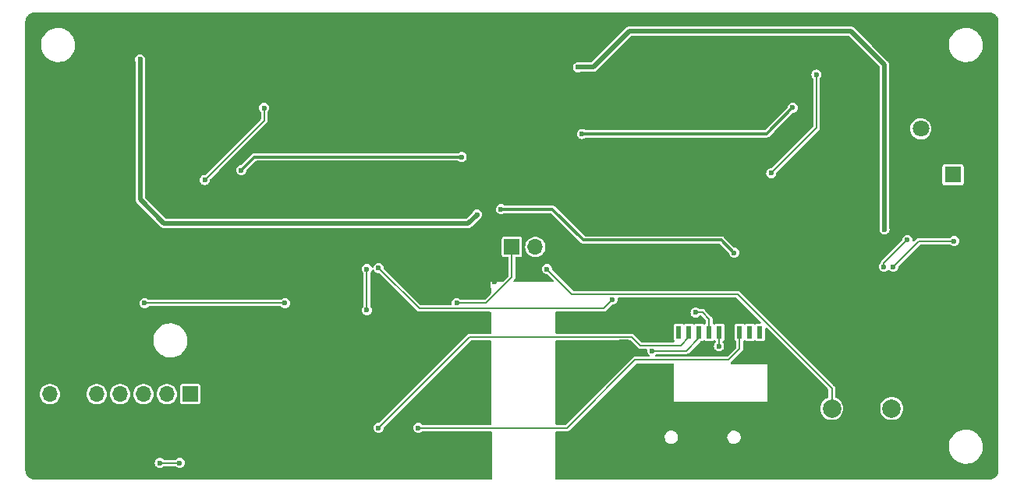
<source format=gbr>
%TF.GenerationSoftware,KiCad,Pcbnew,7.0.11*%
%TF.CreationDate,2025-02-02T20:15:26+02:00*%
%TF.ProjectId,obd_xp,6f62645f-7870-42e6-9b69-6361645f7063,rev?*%
%TF.SameCoordinates,Original*%
%TF.FileFunction,Copper,L2,Bot*%
%TF.FilePolarity,Positive*%
%FSLAX46Y46*%
G04 Gerber Fmt 4.6, Leading zero omitted, Abs format (unit mm)*
G04 Created by KiCad (PCBNEW 7.0.11) date 2025-02-02 20:15:26*
%MOMM*%
%LPD*%
G01*
G04 APERTURE LIST*
%TA.AperFunction,ComponentPad*%
%ADD10R,1.800000X1.800000*%
%TD*%
%TA.AperFunction,ComponentPad*%
%ADD11C,1.800000*%
%TD*%
%TA.AperFunction,ComponentPad*%
%ADD12R,1.700000X1.700000*%
%TD*%
%TA.AperFunction,ComponentPad*%
%ADD13O,1.700000X1.700000*%
%TD*%
%TA.AperFunction,ComponentPad*%
%ADD14C,2.000000*%
%TD*%
%TA.AperFunction,SMDPad,CuDef*%
%ADD15R,0.620000X1.400000*%
%TD*%
%TA.AperFunction,SMDPad,CuDef*%
%ADD16R,1.100000X2.400000*%
%TD*%
%TA.AperFunction,ViaPad*%
%ADD17C,0.600000*%
%TD*%
%TA.AperFunction,Conductor*%
%ADD18C,0.500000*%
%TD*%
%TA.AperFunction,Conductor*%
%ADD19C,0.300000*%
%TD*%
%TA.AperFunction,Conductor*%
%ADD20C,0.200000*%
%TD*%
G04 APERTURE END LIST*
D10*
%TO.P,J3,1,1*%
%TO.N,Net-(U1-OUTN)*%
X125222500Y-119270000D03*
D11*
%TO.P,J3,2,2*%
%TO.N,Net-(U1-OUTP)*%
X121722500Y-114270000D03*
%TD*%
D12*
%TO.P,J1,1,Pin_1*%
%TO.N,/ENABLE*%
X77338000Y-127127000D03*
D13*
%TO.P,J1,2,Pin_2*%
%TO.N,/3V3*%
X79878000Y-127127000D03*
%TD*%
D14*
%TO.P,SW3,1,A*%
%TO.N,GND*%
X118566000Y-149189000D03*
X112066000Y-149189000D03*
%TO.P,SW3,2,B*%
%TO.N,Net-(MOD1-IO12)*%
X118566000Y-144689000D03*
X112066000Y-144689000D03*
%TD*%
D15*
%TO.P,J2,P1,DAT2*%
%TO.N,unconnected-(J2-DAT2-PadP1)*%
X95464000Y-136408000D03*
%TO.P,J2,P2,CD/DAT3*%
%TO.N,/SD_CS*%
X96564000Y-136408000D03*
%TO.P,J2,P3,CMD*%
%TO.N,/SD_MOSI*%
X97664000Y-136408000D03*
%TO.P,J2,P4,VDD*%
%TO.N,/3V3*%
X98764000Y-136408000D03*
%TO.P,J2,P5,CLK*%
%TO.N,/SD_CLK*%
X99864000Y-136408000D03*
%TO.P,J2,P6,VSS*%
%TO.N,GND*%
X100964000Y-136408000D03*
%TO.P,J2,P7,DAT0*%
%TO.N,/SD_MISO*%
X102064000Y-136408000D03*
%TO.P,J2,P8,DAT1*%
%TO.N,unconnected-(J2-DAT1-PadP8)*%
X103164000Y-136408000D03*
%TO.P,J2,P9,CD*%
%TO.N,unconnected-(J2-CD-PadP9)*%
X104264000Y-136408000D03*
D16*
%TO.P,J2,SH1,SHIELD*%
%TO.N,GND*%
X105644000Y-147408000D03*
%TO.P,J2,SH2,SHIELD*%
X105644000Y-138408000D03*
%TO.P,J2,SH3,SHIELD*%
X89494000Y-138408000D03*
%TO.P,J2,SH4,SHIELD*%
X89494000Y-147408000D03*
%TD*%
D12*
%TO.P,J4,1,Pin_1*%
%TO.N,Net-(J4-Pin_1)*%
X42423000Y-143129000D03*
D13*
%TO.P,J4,2,Pin_2*%
%TO.N,/RX*%
X39883000Y-143129000D03*
%TO.P,J4,3,Pin_3*%
%TO.N,/TX*%
X37343000Y-143129000D03*
%TO.P,J4,4,Pin_4*%
%TO.N,unconnected-(J4-Pin_4-Pad4)*%
X34803000Y-143129000D03*
%TO.P,J4,5,Pin_5*%
%TO.N,unconnected-(J4-Pin_5-Pad5)*%
X32263000Y-143129000D03*
%TO.P,J4,6,Pin_6*%
%TO.N,GND*%
X29723000Y-143129000D03*
%TO.P,J4,7,Pin_7*%
%TO.N,Net-(J4-Pin_7)*%
X27183000Y-143129000D03*
%TD*%
D17*
%TO.N,/5V*%
X101473000Y-127762000D03*
X76161900Y-123024900D03*
X47955200Y-118770400D03*
X36982400Y-106730800D03*
X73558400Y-123596400D03*
X71882000Y-117348000D03*
%TO.N,/3V3*%
X117790000Y-125222000D03*
X84947800Y-114833400D03*
X84516000Y-107569000D03*
X97282000Y-134239000D03*
X107807800Y-111988600D03*
%TO.N,GND*%
X104394000Y-125222000D03*
X68707000Y-118364000D03*
X102235000Y-109474000D03*
X65913000Y-137160000D03*
X68580000Y-122047000D03*
X122301000Y-123063000D03*
X53594000Y-118364000D03*
X74295000Y-150368000D03*
X61087000Y-122555000D03*
X58166000Y-125476000D03*
X65024000Y-122428000D03*
X88900000Y-110744000D03*
X52832000Y-115316000D03*
X65176400Y-120345200D03*
X65405000Y-118618000D03*
X56515000Y-122428000D03*
X68707000Y-119380000D03*
X65786000Y-141097000D03*
X49733200Y-105486200D03*
X47117000Y-147447000D03*
X95123000Y-110109000D03*
X100965000Y-137922000D03*
X39751000Y-117983000D03*
X86995000Y-144272000D03*
X45720000Y-129540000D03*
X52425600Y-121310400D03*
X61087000Y-118491000D03*
X56743600Y-120700800D03*
X88646000Y-108585000D03*
X88773000Y-112903000D03*
X115316000Y-108839000D03*
X35306000Y-106045000D03*
X54737000Y-134366000D03*
X94996000Y-107442000D03*
X117094000Y-130429000D03*
X68580000Y-120650000D03*
X101981000Y-105537000D03*
X69723000Y-137033000D03*
X63627000Y-104521000D03*
X86741000Y-134874000D03*
X85725000Y-143002000D03*
X53340000Y-130175000D03*
X86741000Y-131191000D03*
X54356000Y-115824000D03*
X94869000Y-113157000D03*
X67818000Y-139065000D03*
X53594000Y-119634000D03*
X56642000Y-118491000D03*
X103378000Y-138684000D03*
X121412000Y-128905000D03*
X70154800Y-125425200D03*
X85217000Y-129413000D03*
X75438000Y-130937000D03*
X52527200Y-125628400D03*
X30480000Y-133477000D03*
X46609000Y-105410000D03*
X69850000Y-141097000D03*
X42799000Y-132207000D03*
X124079000Y-128905000D03*
X61010800Y-120446800D03*
X63855600Y-125425200D03*
X102235000Y-113157000D03*
X117475000Y-133096000D03*
X95377000Y-127762000D03*
X124587000Y-123063000D03*
X107696000Y-125222000D03*
X52425600Y-122936000D03*
%TO.N,Net-(U1-OUTP)*%
X118745000Y-129286000D03*
X125349000Y-126492000D03*
%TO.N,Net-(U1-OUTN)*%
X120269000Y-126365000D03*
X117729000Y-129286000D03*
%TO.N,/ENABLE*%
X71337000Y-133223000D03*
X52705000Y-133223000D03*
X37465000Y-133223000D03*
%TO.N,/TX*%
X41275000Y-150622000D03*
X39116000Y-150622000D03*
%TO.N,Net-(MOD1-IO12)*%
X81153000Y-129540000D03*
%TO.N,/SD_CS*%
X62865000Y-146812000D03*
%TO.N,/SD_MOSI*%
X92583000Y-138430000D03*
%TO.N,/SD_CLK*%
X99822000Y-137922000D03*
%TO.N,/SD_MISO*%
X67183000Y-146812000D03*
%TO.N,Net-(IC1-EN)*%
X105491300Y-119080300D03*
X110398600Y-108381800D03*
%TO.N,/AUDIO_LRC*%
X88265000Y-132842000D03*
X62865000Y-129413000D03*
%TO.N,/AUDIO_BCLK*%
X61595000Y-133985000D03*
X61595000Y-129540000D03*
%TO.N,Net-(IC2-EN)*%
X43992800Y-119837200D03*
X50444400Y-112014000D03*
%TD*%
D18*
%TO.N,/5V*%
X69189600Y-124561600D02*
X39573200Y-124561600D01*
X73558400Y-123596400D02*
X72593200Y-124561600D01*
D19*
X100076000Y-126365000D02*
X85090000Y-126365000D01*
X85090000Y-126365000D02*
X81749900Y-123024900D01*
X101473000Y-127762000D02*
X100076000Y-126365000D01*
X49377600Y-117348000D02*
X71882000Y-117348000D01*
D18*
X39573200Y-124561600D02*
X36982400Y-121970800D01*
X72593200Y-124561600D02*
X69189600Y-124561600D01*
D19*
X47955200Y-118770400D02*
X49377600Y-117348000D01*
D18*
X36982400Y-121970800D02*
X36982400Y-106730800D01*
D19*
X81749900Y-123024900D02*
X76161900Y-123024900D01*
D20*
%TO.N,/3V3*%
X97282000Y-134239000D02*
X98044000Y-134239000D01*
D18*
X114132400Y-103657400D02*
X117790000Y-107315000D01*
D20*
X98764000Y-134959000D02*
X98764000Y-136408000D01*
D18*
X117790000Y-107315000D02*
X117790000Y-125222000D01*
X84516000Y-107569000D02*
X86167000Y-107569000D01*
D19*
X107807800Y-111988600D02*
X104963000Y-114833400D01*
X104963000Y-114833400D02*
X84947800Y-114833400D01*
D18*
X86167000Y-107569000D02*
X90078600Y-103657400D01*
X90078600Y-103657400D02*
X114132400Y-103657400D01*
D20*
X98044000Y-134239000D02*
X98764000Y-134959000D01*
D19*
%TO.N,GND*%
X100965000Y-136409000D02*
X100964000Y-136408000D01*
X100965000Y-137922000D02*
X100965000Y-136409000D01*
D20*
%TO.N,Net-(U1-OUTP)*%
X121539000Y-126492000D02*
X125349000Y-126492000D01*
X118745000Y-129286000D02*
X121539000Y-126492000D01*
%TO.N,Net-(U1-OUTN)*%
X117729000Y-129286000D02*
X117729000Y-128905000D01*
X117729000Y-128905000D02*
X120269000Y-126365000D01*
%TO.N,/ENABLE*%
X74549000Y-133223000D02*
X71337000Y-133223000D01*
X77338000Y-130434000D02*
X74549000Y-133223000D01*
X52705000Y-133223000D02*
X37465000Y-133223000D01*
X77338000Y-127127000D02*
X77338000Y-130434000D01*
%TO.N,/TX*%
X41275000Y-150622000D02*
X39116000Y-150622000D01*
%TO.N,Net-(MOD1-IO12)*%
X81153000Y-129540000D02*
X83855000Y-132242000D01*
X112066000Y-142480000D02*
X112066000Y-144689000D01*
X83855000Y-132242000D02*
X101828000Y-132242000D01*
X101828000Y-132242000D02*
X112066000Y-142480000D01*
%TO.N,/SD_CS*%
X90344000Y-136908000D02*
X72769000Y-136908000D01*
X96564000Y-136918000D02*
X95652000Y-137830000D01*
X96564000Y-136408000D02*
X96564000Y-136918000D01*
X91266000Y-137830000D02*
X90344000Y-136908000D01*
X72769000Y-136908000D02*
X62865000Y-146812000D01*
X95652000Y-137830000D02*
X91266000Y-137830000D01*
%TO.N,/SD_MOSI*%
X97664000Y-136996578D02*
X97664000Y-136408000D01*
X96230578Y-138430000D02*
X97664000Y-136996578D01*
X92583000Y-138430000D02*
X96230578Y-138430000D01*
%TO.N,/SD_CLK*%
X99822000Y-137922000D02*
X99822000Y-136450000D01*
X99822000Y-136450000D02*
X99864000Y-136408000D01*
%TO.N,/SD_MISO*%
X90703000Y-139421000D02*
X83312000Y-146812000D01*
X102064000Y-136408000D02*
X102064000Y-138220000D01*
X100863000Y-139421000D02*
X90703000Y-139421000D01*
X83312000Y-146812000D02*
X67183000Y-146812000D01*
X102064000Y-138220000D02*
X100863000Y-139421000D01*
%TO.N,Net-(IC1-EN)*%
X105491300Y-119080300D02*
X110398600Y-114173000D01*
X110398600Y-114173000D02*
X110398600Y-108381800D01*
%TO.N,/AUDIO_LRC*%
X67275000Y-133823000D02*
X62865000Y-129413000D01*
X87284000Y-133823000D02*
X67275000Y-133823000D01*
X88265000Y-132842000D02*
X87284000Y-133823000D01*
%TO.N,/AUDIO_BCLK*%
X61595000Y-133985000D02*
X61595000Y-129540000D01*
%TO.N,Net-(IC2-EN)*%
X50444400Y-112014000D02*
X50444400Y-113385600D01*
X50444400Y-113385600D02*
X43992800Y-119837200D01*
%TD*%
%TA.AperFunction,Conductor*%
%TO.N,GND*%
G36*
X129164394Y-101600971D02*
G01*
X129203914Y-101604429D01*
X129204953Y-101604525D01*
X129333724Y-101617208D01*
X129353649Y-101620834D01*
X129419302Y-101638425D01*
X129423179Y-101639532D01*
X129516384Y-101667806D01*
X129532778Y-101674079D01*
X129599720Y-101705294D01*
X129605710Y-101708288D01*
X129686535Y-101751490D01*
X129699173Y-101759254D01*
X129761366Y-101802802D01*
X129768886Y-101808508D01*
X129838299Y-101865474D01*
X129847315Y-101873646D01*
X129901352Y-101927683D01*
X129909524Y-101936699D01*
X129966490Y-102006112D01*
X129972203Y-102013641D01*
X130015739Y-102075817D01*
X130023514Y-102088474D01*
X130066696Y-102169261D01*
X130069712Y-102175295D01*
X130100917Y-102242215D01*
X130107196Y-102258625D01*
X130135462Y-102351808D01*
X130136576Y-102355708D01*
X130154163Y-102421343D01*
X130157791Y-102441282D01*
X130170458Y-102569888D01*
X130170583Y-102571234D01*
X130174028Y-102610604D01*
X130174500Y-102621413D01*
X130174500Y-151378585D01*
X130174028Y-151389395D01*
X130170582Y-151428773D01*
X130170457Y-151430117D01*
X130157791Y-151558715D01*
X130154163Y-151578655D01*
X130136576Y-151644290D01*
X130135462Y-151648190D01*
X130107196Y-151741373D01*
X130100917Y-151757783D01*
X130069712Y-151824703D01*
X130066688Y-151830753D01*
X130023516Y-151911521D01*
X130015733Y-151924191D01*
X129972212Y-151986345D01*
X129966490Y-151993886D01*
X129909524Y-152063299D01*
X129901352Y-152072315D01*
X129847315Y-152126352D01*
X129838299Y-152134524D01*
X129768886Y-152191490D01*
X129761345Y-152197212D01*
X129699191Y-152240733D01*
X129686521Y-152248516D01*
X129605753Y-152291688D01*
X129599703Y-152294712D01*
X129532783Y-152325917D01*
X129516373Y-152332196D01*
X129423190Y-152360462D01*
X129419290Y-152361576D01*
X129353655Y-152379163D01*
X129333715Y-152382791D01*
X129205117Y-152395457D01*
X129203773Y-152395582D01*
X129164395Y-152399028D01*
X129153585Y-152399500D01*
X82166000Y-152399500D01*
X82098961Y-152379815D01*
X82053206Y-152327011D01*
X82042000Y-152275500D01*
X82042000Y-148911763D01*
X124764787Y-148911763D01*
X124794413Y-149181013D01*
X124794415Y-149181024D01*
X124862926Y-149443082D01*
X124862928Y-149443088D01*
X124968870Y-149692390D01*
X125040998Y-149810575D01*
X125109979Y-149923605D01*
X125109986Y-149923615D01*
X125283253Y-150131819D01*
X125283259Y-150131824D01*
X125392143Y-150229384D01*
X125484998Y-150312582D01*
X125710910Y-150462044D01*
X125956176Y-150577020D01*
X125956183Y-150577022D01*
X125956185Y-150577023D01*
X126215557Y-150655057D01*
X126215564Y-150655058D01*
X126215569Y-150655060D01*
X126483561Y-150694500D01*
X126483566Y-150694500D01*
X126686629Y-150694500D01*
X126686631Y-150694500D01*
X126686636Y-150694499D01*
X126686648Y-150694499D01*
X126724191Y-150691750D01*
X126889156Y-150679677D01*
X127001758Y-150654593D01*
X127153546Y-150620782D01*
X127153548Y-150620781D01*
X127153553Y-150620780D01*
X127406558Y-150524014D01*
X127642777Y-150391441D01*
X127857177Y-150225888D01*
X128045186Y-150030881D01*
X128202799Y-149810579D01*
X128276787Y-149666669D01*
X128326649Y-149569690D01*
X128326651Y-149569684D01*
X128326656Y-149569675D01*
X128414118Y-149313305D01*
X128463319Y-149046933D01*
X128473212Y-148776235D01*
X128443586Y-148506982D01*
X128375072Y-148244912D01*
X128269130Y-147995610D01*
X128128018Y-147764390D01*
X128038747Y-147657119D01*
X127954746Y-147556180D01*
X127954740Y-147556175D01*
X127753002Y-147375418D01*
X127527092Y-147225957D01*
X127481576Y-147204620D01*
X127281824Y-147110980D01*
X127281819Y-147110978D01*
X127281814Y-147110976D01*
X127022442Y-147032942D01*
X127022428Y-147032939D01*
X126906791Y-147015921D01*
X126754439Y-146993500D01*
X126551369Y-146993500D01*
X126551351Y-146993500D01*
X126348844Y-147008323D01*
X126348831Y-147008325D01*
X126084453Y-147067217D01*
X126084446Y-147067220D01*
X125831439Y-147163987D01*
X125595226Y-147296557D01*
X125595224Y-147296558D01*
X125595223Y-147296559D01*
X125556131Y-147326745D01*
X125380822Y-147462112D01*
X125192822Y-147657109D01*
X125192816Y-147657116D01*
X125035202Y-147877419D01*
X125035199Y-147877424D01*
X124911350Y-148118309D01*
X124911343Y-148118327D01*
X124823884Y-148374685D01*
X124823881Y-148374699D01*
X124804294Y-148480744D01*
X124790856Y-148553499D01*
X124774681Y-148641068D01*
X124774680Y-148641075D01*
X124764787Y-148911763D01*
X82042000Y-148911763D01*
X82042000Y-147870469D01*
X93914796Y-147870469D01*
X93914797Y-147870471D01*
X93944245Y-148037485D01*
X93944246Y-148037488D01*
X93944247Y-148037492D01*
X94011421Y-148193219D01*
X94112698Y-148329258D01*
X94242617Y-148438273D01*
X94394175Y-148514388D01*
X94559201Y-148553500D01*
X94559203Y-148553500D01*
X94686249Y-148553500D01*
X94686256Y-148553500D01*
X94812451Y-148538750D01*
X94971820Y-148480744D01*
X95113517Y-148387549D01*
X95229902Y-148264188D01*
X95314701Y-148117312D01*
X95363342Y-147954839D01*
X95368256Y-147870469D01*
X100714796Y-147870469D01*
X100714797Y-147870471D01*
X100744245Y-148037485D01*
X100744246Y-148037488D01*
X100744247Y-148037492D01*
X100811421Y-148193219D01*
X100912698Y-148329258D01*
X101042617Y-148438273D01*
X101194175Y-148514388D01*
X101359201Y-148553500D01*
X101359203Y-148553500D01*
X101486249Y-148553500D01*
X101486256Y-148553500D01*
X101612451Y-148538750D01*
X101771820Y-148480744D01*
X101913517Y-148387549D01*
X102029902Y-148264188D01*
X102114701Y-148117312D01*
X102163342Y-147954839D01*
X102173203Y-147785529D01*
X102143753Y-147618508D01*
X102076579Y-147462781D01*
X101975302Y-147326742D01*
X101934925Y-147292862D01*
X101845383Y-147217727D01*
X101845381Y-147217726D01*
X101693828Y-147141613D01*
X101693826Y-147141612D01*
X101693825Y-147141612D01*
X101528799Y-147102500D01*
X101401744Y-147102500D01*
X101291323Y-147115406D01*
X101275548Y-147117250D01*
X101116181Y-147175255D01*
X101071534Y-147204620D01*
X100974483Y-147268451D01*
X100974482Y-147268451D01*
X100974482Y-147268452D01*
X100858098Y-147391810D01*
X100773300Y-147538685D01*
X100724658Y-147701159D01*
X100724657Y-147701165D01*
X100714796Y-147870469D01*
X95368256Y-147870469D01*
X95373203Y-147785529D01*
X95343753Y-147618508D01*
X95276579Y-147462781D01*
X95175302Y-147326742D01*
X95134925Y-147292862D01*
X95045383Y-147217727D01*
X95045381Y-147217726D01*
X94893828Y-147141613D01*
X94893826Y-147141612D01*
X94893825Y-147141612D01*
X94728799Y-147102500D01*
X94601744Y-147102500D01*
X94491323Y-147115406D01*
X94475548Y-147117250D01*
X94316181Y-147175255D01*
X94271534Y-147204620D01*
X94174483Y-147268451D01*
X94174482Y-147268451D01*
X94174482Y-147268452D01*
X94058098Y-147391810D01*
X93973300Y-147538685D01*
X93924658Y-147701159D01*
X93924657Y-147701165D01*
X93914796Y-147870469D01*
X82042000Y-147870469D01*
X82042000Y-147286500D01*
X82061685Y-147219461D01*
X82114489Y-147173706D01*
X82166000Y-147162500D01*
X83262789Y-147162500D01*
X83288234Y-147165138D01*
X83297315Y-147167043D01*
X83322673Y-147163881D01*
X83326123Y-147163452D01*
X83339764Y-147162605D01*
X83341026Y-147162500D01*
X83341040Y-147162500D01*
X83349071Y-147161159D01*
X83360014Y-147159334D01*
X83365063Y-147158597D01*
X83413393Y-147152573D01*
X83413399Y-147152569D01*
X83420456Y-147150468D01*
X83427377Y-147148092D01*
X83427381Y-147148092D01*
X83470216Y-147124909D01*
X83474729Y-147122586D01*
X83518484Y-147101198D01*
X83518486Y-147101195D01*
X83524461Y-147096929D01*
X83530256Y-147092419D01*
X83530255Y-147092419D01*
X83530258Y-147092418D01*
X83563254Y-147056572D01*
X83566756Y-147052924D01*
X90811863Y-139807819D01*
X90873186Y-139774334D01*
X90899544Y-139771500D01*
X94770000Y-139771500D01*
X94837039Y-139791185D01*
X94882794Y-139843989D01*
X94894000Y-139895500D01*
X94894000Y-139908000D01*
X94894000Y-143958000D01*
X105094000Y-143958000D01*
X105094000Y-139908000D01*
X101173778Y-139908000D01*
X101106739Y-139888315D01*
X101060984Y-139835511D01*
X101051040Y-139766353D01*
X101080065Y-139702797D01*
X101082546Y-139700020D01*
X101114229Y-139665601D01*
X101117756Y-139661924D01*
X102277046Y-138502634D01*
X102296902Y-138486511D01*
X102304669Y-138481437D01*
X102322496Y-138458531D01*
X102331542Y-138448289D01*
X102332362Y-138447319D01*
X102332375Y-138447307D01*
X102343588Y-138431601D01*
X102346592Y-138427572D01*
X102376517Y-138389126D01*
X102376520Y-138389115D01*
X102380021Y-138382648D01*
X102383235Y-138376071D01*
X102383239Y-138376067D01*
X102397127Y-138329417D01*
X102398686Y-138324550D01*
X102411821Y-138286291D01*
X102414500Y-138278488D01*
X102414500Y-138278483D01*
X102415706Y-138271252D01*
X102416617Y-138263952D01*
X102414606Y-138215332D01*
X102414500Y-138210207D01*
X102414500Y-137448491D01*
X102434185Y-137381452D01*
X102469610Y-137345388D01*
X102471737Y-137343966D01*
X102471740Y-137343966D01*
X102545114Y-137294939D01*
X102611787Y-137274064D01*
X102679167Y-137292549D01*
X102682842Y-137294910D01*
X102756260Y-137343966D01*
X102756262Y-137343966D01*
X102756264Y-137343967D01*
X102829321Y-137358499D01*
X102829324Y-137358500D01*
X102829326Y-137358500D01*
X103498676Y-137358500D01*
X103498677Y-137358499D01*
X103571740Y-137343966D01*
X103645112Y-137294940D01*
X103711786Y-137274064D01*
X103779167Y-137292548D01*
X103782841Y-137294910D01*
X103856260Y-137343966D01*
X103856262Y-137343966D01*
X103856264Y-137343967D01*
X103929321Y-137358499D01*
X103929324Y-137358500D01*
X103929326Y-137358500D01*
X104598676Y-137358500D01*
X104598677Y-137358499D01*
X104671740Y-137343966D01*
X104754601Y-137288601D01*
X104809966Y-137205740D01*
X104824500Y-137132674D01*
X104824500Y-136033544D01*
X104844185Y-135966505D01*
X104896989Y-135920750D01*
X104966147Y-135910806D01*
X105029703Y-135939831D01*
X105036181Y-135945863D01*
X111679181Y-142588863D01*
X111712666Y-142650186D01*
X111715500Y-142676544D01*
X111715500Y-143393907D01*
X111695815Y-143460946D01*
X111643011Y-143506701D01*
X111638895Y-143508387D01*
X111438361Y-143601898D01*
X111438357Y-143601900D01*
X111259121Y-143727402D01*
X111104402Y-143882121D01*
X110978900Y-144061357D01*
X110978898Y-144061361D01*
X110886426Y-144259668D01*
X110886422Y-144259677D01*
X110829793Y-144471020D01*
X110829793Y-144471024D01*
X110810723Y-144688997D01*
X110810723Y-144689002D01*
X110829793Y-144906975D01*
X110829793Y-144906979D01*
X110886422Y-145118322D01*
X110886424Y-145118326D01*
X110886425Y-145118330D01*
X110932661Y-145217484D01*
X110978897Y-145316638D01*
X110978898Y-145316639D01*
X111104402Y-145495877D01*
X111259123Y-145650598D01*
X111438361Y-145776102D01*
X111636670Y-145868575D01*
X111848023Y-145925207D01*
X112030926Y-145941208D01*
X112065998Y-145944277D01*
X112066000Y-145944277D01*
X112066002Y-145944277D01*
X112094254Y-145941805D01*
X112283977Y-145925207D01*
X112495330Y-145868575D01*
X112693639Y-145776102D01*
X112872877Y-145650598D01*
X113027598Y-145495877D01*
X113153102Y-145316639D01*
X113245575Y-145118330D01*
X113302207Y-144906977D01*
X113321277Y-144689002D01*
X117310723Y-144689002D01*
X117329793Y-144906975D01*
X117329793Y-144906979D01*
X117386422Y-145118322D01*
X117386424Y-145118326D01*
X117386425Y-145118330D01*
X117432661Y-145217484D01*
X117478897Y-145316638D01*
X117478898Y-145316639D01*
X117604402Y-145495877D01*
X117759123Y-145650598D01*
X117938361Y-145776102D01*
X118136670Y-145868575D01*
X118348023Y-145925207D01*
X118530926Y-145941208D01*
X118565998Y-145944277D01*
X118566000Y-145944277D01*
X118566002Y-145944277D01*
X118594254Y-145941805D01*
X118783977Y-145925207D01*
X118995330Y-145868575D01*
X119193639Y-145776102D01*
X119372877Y-145650598D01*
X119527598Y-145495877D01*
X119653102Y-145316639D01*
X119745575Y-145118330D01*
X119802207Y-144906977D01*
X119821277Y-144689000D01*
X119802207Y-144471023D01*
X119745575Y-144259670D01*
X119653102Y-144061362D01*
X119653100Y-144061359D01*
X119653099Y-144061357D01*
X119527599Y-143882124D01*
X119519054Y-143873579D01*
X119372877Y-143727402D01*
X119193639Y-143601898D01*
X119193640Y-143601898D01*
X119193638Y-143601897D01*
X119094484Y-143555661D01*
X118995330Y-143509425D01*
X118995326Y-143509424D01*
X118995322Y-143509422D01*
X118783977Y-143452793D01*
X118566002Y-143433723D01*
X118565998Y-143433723D01*
X118420682Y-143446436D01*
X118348023Y-143452793D01*
X118348020Y-143452793D01*
X118136677Y-143509422D01*
X118136668Y-143509426D01*
X117938361Y-143601898D01*
X117938357Y-143601900D01*
X117759121Y-143727402D01*
X117604402Y-143882121D01*
X117478900Y-144061357D01*
X117478898Y-144061361D01*
X117386426Y-144259668D01*
X117386422Y-144259677D01*
X117329793Y-144471020D01*
X117329793Y-144471024D01*
X117310723Y-144688997D01*
X117310723Y-144689002D01*
X113321277Y-144689002D01*
X113321277Y-144689000D01*
X113302207Y-144471023D01*
X113245575Y-144259670D01*
X113153102Y-144061362D01*
X113153100Y-144061359D01*
X113153099Y-144061357D01*
X113027599Y-143882124D01*
X113019054Y-143873579D01*
X112872877Y-143727402D01*
X112693639Y-143601898D01*
X112693640Y-143601898D01*
X112693638Y-143601897D01*
X112490423Y-143507137D01*
X112491236Y-143505391D01*
X112441806Y-143468977D01*
X112416887Y-143403702D01*
X112416500Y-143393907D01*
X112416500Y-142529206D01*
X112419139Y-142503760D01*
X112421042Y-142494685D01*
X112417451Y-142465883D01*
X112416603Y-142452208D01*
X112416500Y-142450970D01*
X112416500Y-142450960D01*
X112413328Y-142431959D01*
X112412594Y-142426915D01*
X112406573Y-142378607D01*
X112406572Y-142378604D01*
X112404477Y-142371566D01*
X112402092Y-142364618D01*
X112378928Y-142321817D01*
X112376579Y-142317254D01*
X112355199Y-142273518D01*
X112350926Y-142267534D01*
X112346420Y-142261745D01*
X112346419Y-142261744D01*
X112346418Y-142261742D01*
X112310587Y-142228757D01*
X112306914Y-142225232D01*
X102110637Y-132028955D01*
X102094511Y-132009098D01*
X102089437Y-132001331D01*
X102066524Y-131983497D01*
X102056248Y-131974422D01*
X102055309Y-131973627D01*
X102055307Y-131973625D01*
X102039651Y-131962447D01*
X102035544Y-131959385D01*
X102029838Y-131954943D01*
X101997126Y-131929483D01*
X101997124Y-131929482D01*
X101990640Y-131925973D01*
X101984067Y-131922759D01*
X101937409Y-131908868D01*
X101932532Y-131907306D01*
X101886484Y-131891498D01*
X101879287Y-131890297D01*
X101871951Y-131889382D01*
X101823332Y-131891394D01*
X101818207Y-131891500D01*
X84051544Y-131891500D01*
X83984505Y-131871815D01*
X83963863Y-131855181D01*
X81744560Y-129635878D01*
X81711075Y-129574555D01*
X81709983Y-129548129D01*
X81708250Y-129548129D01*
X81708250Y-129540000D01*
X81708250Y-129539999D01*
X81689330Y-129396291D01*
X81643647Y-129286000D01*
X117173750Y-129286000D01*
X117191540Y-129421129D01*
X117192670Y-129429708D01*
X117192671Y-129429712D01*
X117248137Y-129563622D01*
X117248138Y-129563624D01*
X117248139Y-129563625D01*
X117336379Y-129678621D01*
X117451375Y-129766861D01*
X117585291Y-129822330D01*
X117712280Y-129839048D01*
X117728999Y-129841250D01*
X117729000Y-129841250D01*
X117729001Y-129841250D01*
X117743977Y-129839278D01*
X117872709Y-129822330D01*
X118006625Y-129766861D01*
X118121621Y-129678621D01*
X118138626Y-129656459D01*
X118195052Y-129615259D01*
X118264798Y-129611104D01*
X118325719Y-129645316D01*
X118335366Y-129656450D01*
X118352379Y-129678621D01*
X118467375Y-129766861D01*
X118601291Y-129822330D01*
X118728280Y-129839048D01*
X118744999Y-129841250D01*
X118745000Y-129841250D01*
X118745001Y-129841250D01*
X118759977Y-129839278D01*
X118888709Y-129822330D01*
X119022625Y-129766861D01*
X119137621Y-129678621D01*
X119225861Y-129563625D01*
X119281330Y-129429709D01*
X119300250Y-129286000D01*
X119300250Y-129285999D01*
X119300250Y-129277871D01*
X119304049Y-129277871D01*
X119311388Y-129226418D01*
X119336556Y-129190124D01*
X121647863Y-126878819D01*
X121709186Y-126845334D01*
X121735544Y-126842500D01*
X124862908Y-126842500D01*
X124929947Y-126862185D01*
X124949412Y-126880086D01*
X124950628Y-126878871D01*
X124956372Y-126884615D01*
X124956377Y-126884619D01*
X124956379Y-126884621D01*
X125071375Y-126972861D01*
X125205291Y-127028330D01*
X125332280Y-127045048D01*
X125348999Y-127047250D01*
X125349000Y-127047250D01*
X125349001Y-127047250D01*
X125363977Y-127045278D01*
X125492709Y-127028330D01*
X125626625Y-126972861D01*
X125741621Y-126884621D01*
X125829861Y-126769625D01*
X125885330Y-126635709D01*
X125904250Y-126492000D01*
X125885330Y-126348291D01*
X125829861Y-126214375D01*
X125741621Y-126099379D01*
X125626625Y-126011139D01*
X125626624Y-126011138D01*
X125626622Y-126011137D01*
X125492712Y-125955671D01*
X125492710Y-125955670D01*
X125492709Y-125955670D01*
X125410259Y-125944815D01*
X125349001Y-125936750D01*
X125348999Y-125936750D01*
X125205291Y-125955670D01*
X125205287Y-125955671D01*
X125071377Y-126011137D01*
X124956372Y-126099384D01*
X124950628Y-126105129D01*
X124948111Y-126102612D01*
X124904817Y-126134203D01*
X124862908Y-126141500D01*
X121588211Y-126141500D01*
X121562765Y-126138861D01*
X121553685Y-126136957D01*
X121553684Y-126136957D01*
X121553683Y-126136957D01*
X121524877Y-126140548D01*
X121511211Y-126141396D01*
X121509965Y-126141499D01*
X121490960Y-126144669D01*
X121485903Y-126145405D01*
X121437607Y-126151426D01*
X121430570Y-126153520D01*
X121423619Y-126155907D01*
X121380809Y-126179074D01*
X121376258Y-126181417D01*
X121332513Y-126202804D01*
X121326520Y-126207081D01*
X121320743Y-126211579D01*
X121287769Y-126247398D01*
X121284222Y-126251095D01*
X121030081Y-126505236D01*
X120968758Y-126538721D01*
X120899066Y-126533737D01*
X120843133Y-126491865D01*
X120818716Y-126426401D01*
X120819460Y-126401377D01*
X120824250Y-126365000D01*
X120805330Y-126221291D01*
X120749861Y-126087375D01*
X120661621Y-125972379D01*
X120546625Y-125884139D01*
X120546624Y-125884138D01*
X120546622Y-125884137D01*
X120412712Y-125828671D01*
X120412710Y-125828670D01*
X120412709Y-125828670D01*
X120340854Y-125819210D01*
X120269001Y-125809750D01*
X120268999Y-125809750D01*
X120125291Y-125828670D01*
X120125287Y-125828671D01*
X119991377Y-125884137D01*
X119876379Y-125972379D01*
X119788137Y-126087377D01*
X119732671Y-126221287D01*
X119732670Y-126221291D01*
X119713750Y-126365000D01*
X119713750Y-126373128D01*
X119710456Y-126373128D01*
X119701192Y-126427588D01*
X119677439Y-126460877D01*
X117515955Y-128622361D01*
X117496106Y-128638482D01*
X117488331Y-128643562D01*
X117470499Y-128666472D01*
X117461394Y-128676784D01*
X117460624Y-128677694D01*
X117449439Y-128693359D01*
X117446378Y-128697463D01*
X117416482Y-128735873D01*
X117412980Y-128742344D01*
X117409760Y-128748932D01*
X117395871Y-128795582D01*
X117394309Y-128800458D01*
X117383858Y-128830902D01*
X117343473Y-128887918D01*
X117342072Y-128889010D01*
X117336381Y-128893377D01*
X117248137Y-129008377D01*
X117192671Y-129142287D01*
X117192670Y-129142291D01*
X117174969Y-129276744D01*
X117173750Y-129286000D01*
X81643647Y-129286000D01*
X81633861Y-129262375D01*
X81545621Y-129147379D01*
X81430625Y-129059139D01*
X81430624Y-129059138D01*
X81430622Y-129059137D01*
X81296712Y-129003671D01*
X81296710Y-129003670D01*
X81296709Y-129003670D01*
X81224854Y-128994210D01*
X81153001Y-128984750D01*
X81152999Y-128984750D01*
X81009291Y-129003670D01*
X81009287Y-129003671D01*
X80875377Y-129059137D01*
X80760379Y-129147379D01*
X80672137Y-129262377D01*
X80616671Y-129396287D01*
X80616670Y-129396291D01*
X80597750Y-129539999D01*
X80597750Y-129540000D01*
X80616670Y-129683708D01*
X80616671Y-129683712D01*
X80672137Y-129817622D01*
X80672138Y-129817623D01*
X80672139Y-129817625D01*
X80760379Y-129932621D01*
X80875375Y-130020861D01*
X81009291Y-130076330D01*
X81153000Y-130095250D01*
X81161129Y-130095250D01*
X81161129Y-130098828D01*
X81213970Y-130107031D01*
X81248878Y-130131560D01*
X81842637Y-130725319D01*
X81876122Y-130786642D01*
X81871138Y-130856334D01*
X81829266Y-130912267D01*
X81763802Y-130936684D01*
X81754956Y-130937000D01*
X77630043Y-130937000D01*
X77563004Y-130917315D01*
X77517249Y-130864511D01*
X77507305Y-130795353D01*
X77536330Y-130731797D01*
X77542362Y-130725319D01*
X77551042Y-130716639D01*
X77570905Y-130700509D01*
X77578669Y-130695437D01*
X77596496Y-130672531D01*
X77605545Y-130662285D01*
X77606362Y-130661319D01*
X77606376Y-130661306D01*
X77617570Y-130645626D01*
X77620615Y-130641543D01*
X77650514Y-130603130D01*
X77650514Y-130603129D01*
X77650517Y-130603126D01*
X77650518Y-130603121D01*
X77654016Y-130596657D01*
X77657236Y-130590070D01*
X77657240Y-130590066D01*
X77671131Y-130543404D01*
X77672686Y-130538550D01*
X77688500Y-130492488D01*
X77688500Y-130492483D01*
X77689705Y-130485258D01*
X77690617Y-130477950D01*
X77688606Y-130429320D01*
X77688500Y-130424196D01*
X77688500Y-128351500D01*
X77708185Y-128284461D01*
X77760989Y-128238706D01*
X77812500Y-128227500D01*
X78212676Y-128227500D01*
X78212677Y-128227499D01*
X78285740Y-128212966D01*
X78368601Y-128157601D01*
X78423966Y-128074740D01*
X78438500Y-128001674D01*
X78438500Y-127127000D01*
X78772785Y-127127000D01*
X78791602Y-127330082D01*
X78847417Y-127526247D01*
X78847422Y-127526260D01*
X78938327Y-127708821D01*
X79061237Y-127871581D01*
X79211958Y-128008980D01*
X79211960Y-128008982D01*
X79261446Y-128039622D01*
X79385363Y-128116348D01*
X79575544Y-128190024D01*
X79776024Y-128227500D01*
X79776026Y-128227500D01*
X79979974Y-128227500D01*
X79979976Y-128227500D01*
X80180456Y-128190024D01*
X80370637Y-128116348D01*
X80544041Y-128008981D01*
X80694764Y-127871579D01*
X80817673Y-127708821D01*
X80908582Y-127526250D01*
X80964397Y-127330083D01*
X80983215Y-127127000D01*
X80964397Y-126923917D01*
X80908582Y-126727750D01*
X80817673Y-126545179D01*
X80754011Y-126460877D01*
X80694762Y-126382418D01*
X80544041Y-126245019D01*
X80544039Y-126245017D01*
X80370642Y-126137655D01*
X80370635Y-126137651D01*
X80240856Y-126087375D01*
X80180456Y-126063976D01*
X79979976Y-126026500D01*
X79776024Y-126026500D01*
X79575544Y-126063976D01*
X79575541Y-126063976D01*
X79575541Y-126063977D01*
X79385364Y-126137651D01*
X79385357Y-126137655D01*
X79211960Y-126245017D01*
X79211958Y-126245019D01*
X79061237Y-126382418D01*
X78938327Y-126545178D01*
X78847422Y-126727739D01*
X78847417Y-126727752D01*
X78791602Y-126923917D01*
X78772785Y-127126999D01*
X78772785Y-127127000D01*
X78438500Y-127127000D01*
X78438500Y-126252326D01*
X78438500Y-126252323D01*
X78438499Y-126252321D01*
X78423967Y-126179264D01*
X78423966Y-126179260D01*
X78401345Y-126145405D01*
X78368601Y-126096399D01*
X78285740Y-126041034D01*
X78285739Y-126041033D01*
X78285735Y-126041032D01*
X78212677Y-126026500D01*
X78212674Y-126026500D01*
X76463326Y-126026500D01*
X76463323Y-126026500D01*
X76390264Y-126041032D01*
X76390260Y-126041033D01*
X76307399Y-126096399D01*
X76252033Y-126179260D01*
X76252032Y-126179264D01*
X76237500Y-126252321D01*
X76237500Y-128001678D01*
X76252032Y-128074735D01*
X76252033Y-128074739D01*
X76252034Y-128074740D01*
X76307399Y-128157601D01*
X76390260Y-128212966D01*
X76390264Y-128212967D01*
X76463321Y-128227499D01*
X76463324Y-128227500D01*
X76463326Y-128227500D01*
X76863500Y-128227500D01*
X76930539Y-128247185D01*
X76976294Y-128299989D01*
X76987500Y-128351500D01*
X76987500Y-130237456D01*
X76967815Y-130304495D01*
X76951181Y-130325137D01*
X76375638Y-130900681D01*
X76314315Y-130934166D01*
X76287957Y-130937000D01*
X75057000Y-130937000D01*
X75064069Y-132160166D01*
X75044772Y-132227318D01*
X75027752Y-132248564D01*
X74440137Y-132836181D01*
X74378814Y-132869666D01*
X74352456Y-132872500D01*
X71823092Y-132872500D01*
X71756053Y-132852815D01*
X71736587Y-132834913D01*
X71735372Y-132836129D01*
X71729627Y-132830384D01*
X71729621Y-132830379D01*
X71614625Y-132742139D01*
X71614624Y-132742138D01*
X71614622Y-132742137D01*
X71480712Y-132686671D01*
X71480710Y-132686670D01*
X71480709Y-132686670D01*
X71408854Y-132677210D01*
X71337001Y-132667750D01*
X71336999Y-132667750D01*
X71193291Y-132686670D01*
X71193287Y-132686671D01*
X71059377Y-132742137D01*
X70944379Y-132830379D01*
X70856137Y-132945377D01*
X70800671Y-133079287D01*
X70800670Y-133079291D01*
X70781750Y-133223000D01*
X70794897Y-133322862D01*
X70796142Y-133332314D01*
X70785377Y-133401349D01*
X70738997Y-133453605D01*
X70673203Y-133472500D01*
X67471544Y-133472500D01*
X67404505Y-133452815D01*
X67383863Y-133436181D01*
X63456560Y-129508878D01*
X63423075Y-129447555D01*
X63421983Y-129421129D01*
X63420250Y-129421129D01*
X63420250Y-129413000D01*
X63414685Y-129370732D01*
X63401330Y-129269291D01*
X63345861Y-129135375D01*
X63257621Y-129020379D01*
X63142625Y-128932139D01*
X63142624Y-128932138D01*
X63142622Y-128932137D01*
X63008712Y-128876671D01*
X63008710Y-128876670D01*
X63008709Y-128876670D01*
X62902082Y-128862632D01*
X62865001Y-128857750D01*
X62864999Y-128857750D01*
X62721291Y-128876670D01*
X62721287Y-128876671D01*
X62587377Y-128932137D01*
X62472379Y-129020379D01*
X62384137Y-129135377D01*
X62328671Y-129269287D01*
X62326567Y-129277141D01*
X62325085Y-129276744D01*
X62300521Y-129332265D01*
X62242194Y-129370732D01*
X62172329Y-129371559D01*
X62113108Y-129334483D01*
X62091292Y-129299629D01*
X62075862Y-129262377D01*
X62075861Y-129262376D01*
X62075861Y-129262375D01*
X61987621Y-129147379D01*
X61872625Y-129059139D01*
X61872624Y-129059138D01*
X61872622Y-129059137D01*
X61738712Y-129003671D01*
X61738710Y-129003670D01*
X61738709Y-129003670D01*
X61666854Y-128994210D01*
X61595001Y-128984750D01*
X61594999Y-128984750D01*
X61451291Y-129003670D01*
X61451287Y-129003671D01*
X61317377Y-129059137D01*
X61202379Y-129147379D01*
X61114137Y-129262377D01*
X61058671Y-129396287D01*
X61058670Y-129396291D01*
X61039750Y-129539999D01*
X61039750Y-129540000D01*
X61058670Y-129683708D01*
X61058671Y-129683712D01*
X61114138Y-129817623D01*
X61114139Y-129817625D01*
X61202380Y-129932623D01*
X61208126Y-129938369D01*
X61205574Y-129940920D01*
X61237091Y-129983873D01*
X61244500Y-130026092D01*
X61244500Y-133498908D01*
X61224815Y-133565947D01*
X61206913Y-133585412D01*
X61208129Y-133586628D01*
X61202384Y-133592372D01*
X61114137Y-133707377D01*
X61058671Y-133841287D01*
X61058670Y-133841291D01*
X61040965Y-133975775D01*
X61039750Y-133985000D01*
X61055340Y-134103419D01*
X61058670Y-134128708D01*
X61058671Y-134128712D01*
X61114137Y-134262622D01*
X61114138Y-134262624D01*
X61114139Y-134262625D01*
X61202379Y-134377621D01*
X61317375Y-134465861D01*
X61451291Y-134521330D01*
X61578280Y-134538048D01*
X61594999Y-134540250D01*
X61595000Y-134540250D01*
X61595001Y-134540250D01*
X61609977Y-134538278D01*
X61738709Y-134521330D01*
X61872625Y-134465861D01*
X61987621Y-134377621D01*
X62075861Y-134262625D01*
X62131330Y-134128709D01*
X62150250Y-133985000D01*
X62149035Y-133975775D01*
X62142546Y-133926483D01*
X62131330Y-133841291D01*
X62075861Y-133707375D01*
X61987621Y-133592379D01*
X61987619Y-133592377D01*
X61987615Y-133592372D01*
X61981871Y-133586628D01*
X61984387Y-133584111D01*
X61952797Y-133540817D01*
X61945500Y-133498908D01*
X61945500Y-130026092D01*
X61965185Y-129959053D01*
X61983114Y-129939609D01*
X61981874Y-129938369D01*
X61987619Y-129932623D01*
X61987621Y-129932621D01*
X62075861Y-129817625D01*
X62131330Y-129683709D01*
X62131331Y-129683700D01*
X62133433Y-129675859D01*
X62134916Y-129676256D01*
X62159466Y-129620749D01*
X62217787Y-129582272D01*
X62287651Y-129581434D01*
X62346878Y-129618501D01*
X62368707Y-129653369D01*
X62384138Y-129690623D01*
X62384139Y-129690625D01*
X62472379Y-129805621D01*
X62587375Y-129893861D01*
X62721291Y-129949330D01*
X62865000Y-129968250D01*
X62873129Y-129968250D01*
X62873129Y-129972084D01*
X62924346Y-129979281D01*
X62960878Y-130004559D01*
X66992360Y-134036041D01*
X67008484Y-134055896D01*
X67013563Y-134063669D01*
X67036478Y-134081504D01*
X67046728Y-134090558D01*
X67047690Y-134091372D01*
X67063347Y-134102551D01*
X67067459Y-134105617D01*
X67105874Y-134135517D01*
X67112346Y-134139019D01*
X67118934Y-134142240D01*
X67165593Y-134156131D01*
X67170437Y-134157682D01*
X67216512Y-134173500D01*
X67216517Y-134173500D01*
X67223755Y-134174708D01*
X67231044Y-134175616D01*
X67231046Y-134175617D01*
X67231047Y-134175616D01*
X67231048Y-134175617D01*
X67268855Y-134174053D01*
X67279679Y-134173605D01*
X67284802Y-134173500D01*
X74952423Y-134173500D01*
X75019462Y-134193185D01*
X75065217Y-134245989D01*
X75076420Y-134296781D01*
X75083994Y-135606986D01*
X75088767Y-136432783D01*
X75069470Y-136499935D01*
X75016932Y-136545995D01*
X74964769Y-136557500D01*
X72818206Y-136557500D01*
X72792761Y-136554861D01*
X72792016Y-136554704D01*
X72783685Y-136552958D01*
X72783684Y-136552958D01*
X72754884Y-136556548D01*
X72741181Y-136557398D01*
X72739962Y-136557499D01*
X72720990Y-136560665D01*
X72715923Y-136561403D01*
X72667605Y-136567426D01*
X72660584Y-136569516D01*
X72653617Y-136571908D01*
X72610812Y-136595072D01*
X72606261Y-136597415D01*
X72562513Y-136618803D01*
X72556566Y-136623047D01*
X72550738Y-136627584D01*
X72517780Y-136663386D01*
X72514233Y-136667083D01*
X62960877Y-146220439D01*
X62899554Y-146253924D01*
X62873128Y-146255208D01*
X62873128Y-146256750D01*
X62865000Y-146256750D01*
X62721291Y-146275670D01*
X62721287Y-146275671D01*
X62587377Y-146331137D01*
X62472379Y-146419379D01*
X62384137Y-146534377D01*
X62328671Y-146668287D01*
X62328670Y-146668291D01*
X62309750Y-146811999D01*
X62309750Y-146812000D01*
X62328670Y-146955708D01*
X62328671Y-146955712D01*
X62384137Y-147089622D01*
X62384138Y-147089624D01*
X62384139Y-147089625D01*
X62472379Y-147204621D01*
X62587375Y-147292861D01*
X62721291Y-147348330D01*
X62848280Y-147365048D01*
X62864999Y-147367250D01*
X62865000Y-147367250D01*
X62865001Y-147367250D01*
X62879977Y-147365278D01*
X63008709Y-147348330D01*
X63142625Y-147292861D01*
X63257621Y-147204621D01*
X63345861Y-147089625D01*
X63401330Y-146955709D01*
X63420250Y-146812000D01*
X63420250Y-146811999D01*
X63420250Y-146803871D01*
X63424049Y-146803871D01*
X63431388Y-146752418D01*
X63456556Y-146716124D01*
X72877863Y-137294819D01*
X72939186Y-137261334D01*
X72965544Y-137258500D01*
X74970255Y-137258500D01*
X75037294Y-137278185D01*
X75083049Y-137330989D01*
X75094252Y-137381781D01*
X75129393Y-143460946D01*
X75146016Y-146336783D01*
X75126719Y-146403935D01*
X75074181Y-146449995D01*
X75022018Y-146461500D01*
X67669092Y-146461500D01*
X67602053Y-146441815D01*
X67582587Y-146423913D01*
X67581372Y-146425129D01*
X67575627Y-146419384D01*
X67575621Y-146419379D01*
X67460625Y-146331139D01*
X67460624Y-146331138D01*
X67460622Y-146331137D01*
X67326712Y-146275671D01*
X67326710Y-146275670D01*
X67326709Y-146275670D01*
X67235638Y-146263680D01*
X67183001Y-146256750D01*
X67182999Y-146256750D01*
X67039291Y-146275670D01*
X67039287Y-146275671D01*
X66905377Y-146331137D01*
X66790379Y-146419379D01*
X66702137Y-146534377D01*
X66646671Y-146668287D01*
X66646670Y-146668291D01*
X66627750Y-146811999D01*
X66627750Y-146812000D01*
X66646670Y-146955708D01*
X66646671Y-146955712D01*
X66702137Y-147089622D01*
X66702138Y-147089624D01*
X66702139Y-147089625D01*
X66790379Y-147204621D01*
X66905375Y-147292861D01*
X67039291Y-147348330D01*
X67166280Y-147365048D01*
X67182999Y-147367250D01*
X67183000Y-147367250D01*
X67183001Y-147367250D01*
X67197977Y-147365278D01*
X67326709Y-147348330D01*
X67460625Y-147292861D01*
X67575621Y-147204621D01*
X67575623Y-147204617D01*
X67575627Y-147204615D01*
X67581372Y-147198871D01*
X67583888Y-147201387D01*
X67627183Y-147169797D01*
X67669092Y-147162500D01*
X75027504Y-147162500D01*
X75094543Y-147182185D01*
X75140298Y-147234989D01*
X75151501Y-147285781D01*
X75167577Y-150066750D01*
X75180340Y-152274783D01*
X75161043Y-152341935D01*
X75108505Y-152387995D01*
X75056342Y-152399500D01*
X25532414Y-152399500D01*
X25521605Y-152399028D01*
X25482234Y-152395583D01*
X25480888Y-152395458D01*
X25352282Y-152382791D01*
X25332343Y-152379163D01*
X25266708Y-152361576D01*
X25262808Y-152360462D01*
X25169625Y-152332196D01*
X25153215Y-152325917D01*
X25086295Y-152294712D01*
X25080261Y-152291696D01*
X24999474Y-152248514D01*
X24986817Y-152240739D01*
X24924641Y-152197203D01*
X24917112Y-152191490D01*
X24847699Y-152134524D01*
X24838683Y-152126352D01*
X24784646Y-152072315D01*
X24776474Y-152063299D01*
X24719508Y-151993886D01*
X24713802Y-151986366D01*
X24670254Y-151924173D01*
X24662490Y-151911535D01*
X24619288Y-151830710D01*
X24616294Y-151824720D01*
X24585079Y-151757778D01*
X24578806Y-151741384D01*
X24550532Y-151648179D01*
X24549422Y-151644290D01*
X24531835Y-151578655D01*
X24528208Y-151558724D01*
X24515525Y-151429953D01*
X24515417Y-151428773D01*
X24511972Y-151389394D01*
X24511500Y-151378589D01*
X24511500Y-150622000D01*
X38560750Y-150622000D01*
X38568343Y-150679677D01*
X38579670Y-150765708D01*
X38579671Y-150765712D01*
X38635137Y-150899622D01*
X38635138Y-150899624D01*
X38635139Y-150899625D01*
X38723379Y-151014621D01*
X38838375Y-151102861D01*
X38972291Y-151158330D01*
X39099280Y-151175048D01*
X39115999Y-151177250D01*
X39116000Y-151177250D01*
X39116001Y-151177250D01*
X39130977Y-151175278D01*
X39259709Y-151158330D01*
X39393625Y-151102861D01*
X39508621Y-151014621D01*
X39508623Y-151014617D01*
X39508627Y-151014615D01*
X39514372Y-151008871D01*
X39516888Y-151011387D01*
X39560183Y-150979797D01*
X39602092Y-150972500D01*
X40788908Y-150972500D01*
X40855947Y-150992185D01*
X40875412Y-151010086D01*
X40876628Y-151008871D01*
X40882372Y-151014615D01*
X40882377Y-151014619D01*
X40882379Y-151014621D01*
X40997375Y-151102861D01*
X41131291Y-151158330D01*
X41258280Y-151175048D01*
X41274999Y-151177250D01*
X41275000Y-151177250D01*
X41275001Y-151177250D01*
X41289977Y-151175278D01*
X41418709Y-151158330D01*
X41552625Y-151102861D01*
X41667621Y-151014621D01*
X41755861Y-150899625D01*
X41811330Y-150765709D01*
X41830250Y-150622000D01*
X41830089Y-150620780D01*
X41828048Y-150605280D01*
X41811330Y-150478291D01*
X41755861Y-150344375D01*
X41667621Y-150229379D01*
X41552625Y-150141139D01*
X41552624Y-150141138D01*
X41552622Y-150141137D01*
X41418712Y-150085671D01*
X41418710Y-150085670D01*
X41418709Y-150085670D01*
X41346854Y-150076210D01*
X41275001Y-150066750D01*
X41274999Y-150066750D01*
X41131291Y-150085670D01*
X41131287Y-150085671D01*
X40997377Y-150141137D01*
X40882372Y-150229384D01*
X40876628Y-150235129D01*
X40874111Y-150232612D01*
X40830817Y-150264203D01*
X40788908Y-150271500D01*
X39602092Y-150271500D01*
X39535053Y-150251815D01*
X39515587Y-150233913D01*
X39514372Y-150235129D01*
X39508627Y-150229384D01*
X39508621Y-150229379D01*
X39393625Y-150141139D01*
X39393624Y-150141138D01*
X39393622Y-150141137D01*
X39259712Y-150085671D01*
X39259710Y-150085670D01*
X39259709Y-150085670D01*
X39187854Y-150076210D01*
X39116001Y-150066750D01*
X39115999Y-150066750D01*
X38972291Y-150085670D01*
X38972287Y-150085671D01*
X38838377Y-150141137D01*
X38723379Y-150229379D01*
X38635137Y-150344377D01*
X38579671Y-150478287D01*
X38579670Y-150478291D01*
X38560911Y-150620780D01*
X38560750Y-150622000D01*
X24511500Y-150622000D01*
X24511500Y-143129000D01*
X26077785Y-143129000D01*
X26096602Y-143332082D01*
X26152417Y-143528247D01*
X26152422Y-143528260D01*
X26243327Y-143710821D01*
X26366237Y-143873581D01*
X26516958Y-144010980D01*
X26516960Y-144010982D01*
X26598319Y-144061357D01*
X26690363Y-144118348D01*
X26880544Y-144192024D01*
X27081024Y-144229500D01*
X27081026Y-144229500D01*
X27284974Y-144229500D01*
X27284976Y-144229500D01*
X27485456Y-144192024D01*
X27675637Y-144118348D01*
X27849041Y-144010981D01*
X27999764Y-143873579D01*
X28122673Y-143710821D01*
X28213582Y-143528250D01*
X28269397Y-143332083D01*
X28288215Y-143129000D01*
X31157785Y-143129000D01*
X31176602Y-143332082D01*
X31232417Y-143528247D01*
X31232422Y-143528260D01*
X31323327Y-143710821D01*
X31446237Y-143873581D01*
X31596958Y-144010980D01*
X31596960Y-144010982D01*
X31678319Y-144061357D01*
X31770363Y-144118348D01*
X31960544Y-144192024D01*
X32161024Y-144229500D01*
X32161026Y-144229500D01*
X32364974Y-144229500D01*
X32364976Y-144229500D01*
X32565456Y-144192024D01*
X32755637Y-144118348D01*
X32929041Y-144010981D01*
X33079764Y-143873579D01*
X33202673Y-143710821D01*
X33293582Y-143528250D01*
X33349397Y-143332083D01*
X33368215Y-143129000D01*
X33697785Y-143129000D01*
X33716602Y-143332082D01*
X33772417Y-143528247D01*
X33772422Y-143528260D01*
X33863327Y-143710821D01*
X33986237Y-143873581D01*
X34136958Y-144010980D01*
X34136960Y-144010982D01*
X34218319Y-144061357D01*
X34310363Y-144118348D01*
X34500544Y-144192024D01*
X34701024Y-144229500D01*
X34701026Y-144229500D01*
X34904974Y-144229500D01*
X34904976Y-144229500D01*
X35105456Y-144192024D01*
X35295637Y-144118348D01*
X35469041Y-144010981D01*
X35619764Y-143873579D01*
X35742673Y-143710821D01*
X35833582Y-143528250D01*
X35889397Y-143332083D01*
X35908215Y-143129000D01*
X36237785Y-143129000D01*
X36256602Y-143332082D01*
X36312417Y-143528247D01*
X36312422Y-143528260D01*
X36403327Y-143710821D01*
X36526237Y-143873581D01*
X36676958Y-144010980D01*
X36676960Y-144010982D01*
X36758319Y-144061357D01*
X36850363Y-144118348D01*
X37040544Y-144192024D01*
X37241024Y-144229500D01*
X37241026Y-144229500D01*
X37444974Y-144229500D01*
X37444976Y-144229500D01*
X37645456Y-144192024D01*
X37835637Y-144118348D01*
X38009041Y-144010981D01*
X38159764Y-143873579D01*
X38282673Y-143710821D01*
X38373582Y-143528250D01*
X38429397Y-143332083D01*
X38448215Y-143129000D01*
X38777785Y-143129000D01*
X38796602Y-143332082D01*
X38852417Y-143528247D01*
X38852422Y-143528260D01*
X38943327Y-143710821D01*
X39066237Y-143873581D01*
X39216958Y-144010980D01*
X39216960Y-144010982D01*
X39298319Y-144061357D01*
X39390363Y-144118348D01*
X39580544Y-144192024D01*
X39781024Y-144229500D01*
X39781026Y-144229500D01*
X39984974Y-144229500D01*
X39984976Y-144229500D01*
X40185456Y-144192024D01*
X40375637Y-144118348D01*
X40549041Y-144010981D01*
X40557052Y-144003678D01*
X41322500Y-144003678D01*
X41337032Y-144076735D01*
X41337033Y-144076739D01*
X41337034Y-144076740D01*
X41392399Y-144159601D01*
X41475260Y-144214966D01*
X41475264Y-144214967D01*
X41548321Y-144229499D01*
X41548324Y-144229500D01*
X41548326Y-144229500D01*
X43297676Y-144229500D01*
X43297677Y-144229499D01*
X43370740Y-144214966D01*
X43453601Y-144159601D01*
X43508966Y-144076740D01*
X43523500Y-144003674D01*
X43523500Y-142254326D01*
X43523500Y-142254323D01*
X43523499Y-142254321D01*
X43508967Y-142181264D01*
X43508966Y-142181260D01*
X43453601Y-142098399D01*
X43370740Y-142043034D01*
X43370739Y-142043033D01*
X43370735Y-142043032D01*
X43297677Y-142028500D01*
X43297674Y-142028500D01*
X41548326Y-142028500D01*
X41548323Y-142028500D01*
X41475264Y-142043032D01*
X41475260Y-142043033D01*
X41392399Y-142098399D01*
X41337033Y-142181260D01*
X41337032Y-142181264D01*
X41322500Y-142254321D01*
X41322500Y-144003678D01*
X40557052Y-144003678D01*
X40699764Y-143873579D01*
X40822673Y-143710821D01*
X40913582Y-143528250D01*
X40969397Y-143332083D01*
X40988215Y-143129000D01*
X40969397Y-142925917D01*
X40913582Y-142729750D01*
X40822673Y-142547179D01*
X40750010Y-142450958D01*
X40699762Y-142384418D01*
X40549041Y-142247019D01*
X40549039Y-142247017D01*
X40375642Y-142139655D01*
X40375635Y-142139651D01*
X40269150Y-142098399D01*
X40185456Y-142065976D01*
X39984976Y-142028500D01*
X39781024Y-142028500D01*
X39580544Y-142065976D01*
X39580541Y-142065976D01*
X39580541Y-142065977D01*
X39390364Y-142139651D01*
X39390357Y-142139655D01*
X39216960Y-142247017D01*
X39216958Y-142247019D01*
X39066237Y-142384418D01*
X38943327Y-142547178D01*
X38852422Y-142729739D01*
X38852417Y-142729752D01*
X38796602Y-142925917D01*
X38777785Y-143128999D01*
X38777785Y-143129000D01*
X38448215Y-143129000D01*
X38429397Y-142925917D01*
X38373582Y-142729750D01*
X38282673Y-142547179D01*
X38210010Y-142450958D01*
X38159762Y-142384418D01*
X38009041Y-142247019D01*
X38009039Y-142247017D01*
X37835642Y-142139655D01*
X37835635Y-142139651D01*
X37729150Y-142098399D01*
X37645456Y-142065976D01*
X37444976Y-142028500D01*
X37241024Y-142028500D01*
X37040544Y-142065976D01*
X37040541Y-142065976D01*
X37040541Y-142065977D01*
X36850364Y-142139651D01*
X36850357Y-142139655D01*
X36676960Y-142247017D01*
X36676958Y-142247019D01*
X36526237Y-142384418D01*
X36403327Y-142547178D01*
X36312422Y-142729739D01*
X36312417Y-142729752D01*
X36256602Y-142925917D01*
X36237785Y-143128999D01*
X36237785Y-143129000D01*
X35908215Y-143129000D01*
X35889397Y-142925917D01*
X35833582Y-142729750D01*
X35742673Y-142547179D01*
X35670010Y-142450958D01*
X35619762Y-142384418D01*
X35469041Y-142247019D01*
X35469039Y-142247017D01*
X35295642Y-142139655D01*
X35295635Y-142139651D01*
X35189150Y-142098399D01*
X35105456Y-142065976D01*
X34904976Y-142028500D01*
X34701024Y-142028500D01*
X34500544Y-142065976D01*
X34500541Y-142065976D01*
X34500541Y-142065977D01*
X34310364Y-142139651D01*
X34310357Y-142139655D01*
X34136960Y-142247017D01*
X34136958Y-142247019D01*
X33986237Y-142384418D01*
X33863327Y-142547178D01*
X33772422Y-142729739D01*
X33772417Y-142729752D01*
X33716602Y-142925917D01*
X33697785Y-143128999D01*
X33697785Y-143129000D01*
X33368215Y-143129000D01*
X33349397Y-142925917D01*
X33293582Y-142729750D01*
X33202673Y-142547179D01*
X33130010Y-142450958D01*
X33079762Y-142384418D01*
X32929041Y-142247019D01*
X32929039Y-142247017D01*
X32755642Y-142139655D01*
X32755635Y-142139651D01*
X32649150Y-142098399D01*
X32565456Y-142065976D01*
X32364976Y-142028500D01*
X32161024Y-142028500D01*
X31960544Y-142065976D01*
X31960541Y-142065976D01*
X31960541Y-142065977D01*
X31770364Y-142139651D01*
X31770357Y-142139655D01*
X31596960Y-142247017D01*
X31596958Y-142247019D01*
X31446237Y-142384418D01*
X31323327Y-142547178D01*
X31232422Y-142729739D01*
X31232417Y-142729752D01*
X31176602Y-142925917D01*
X31157785Y-143128999D01*
X31157785Y-143129000D01*
X28288215Y-143129000D01*
X28269397Y-142925917D01*
X28213582Y-142729750D01*
X28122673Y-142547179D01*
X28050010Y-142450958D01*
X27999762Y-142384418D01*
X27849041Y-142247019D01*
X27849039Y-142247017D01*
X27675642Y-142139655D01*
X27675635Y-142139651D01*
X27569150Y-142098399D01*
X27485456Y-142065976D01*
X27284976Y-142028500D01*
X27081024Y-142028500D01*
X26880544Y-142065976D01*
X26880541Y-142065976D01*
X26880541Y-142065977D01*
X26690364Y-142139651D01*
X26690357Y-142139655D01*
X26516960Y-142247017D01*
X26516958Y-142247019D01*
X26366237Y-142384418D01*
X26243327Y-142547178D01*
X26152422Y-142729739D01*
X26152417Y-142729752D01*
X26096602Y-142925917D01*
X26077785Y-143128999D01*
X26077785Y-143129000D01*
X24511500Y-143129000D01*
X24511500Y-137354763D01*
X38404787Y-137354763D01*
X38434413Y-137624013D01*
X38434415Y-137624024D01*
X38474745Y-137778287D01*
X38502928Y-137886088D01*
X38608870Y-138135390D01*
X38721955Y-138320686D01*
X38749979Y-138366605D01*
X38749986Y-138366615D01*
X38923253Y-138574819D01*
X38923259Y-138574824D01*
X39124998Y-138755582D01*
X39350910Y-138905044D01*
X39596176Y-139020020D01*
X39596183Y-139020022D01*
X39596185Y-139020023D01*
X39855557Y-139098057D01*
X39855564Y-139098058D01*
X39855569Y-139098060D01*
X40123561Y-139137500D01*
X40123566Y-139137500D01*
X40326629Y-139137500D01*
X40326631Y-139137500D01*
X40326636Y-139137499D01*
X40326648Y-139137499D01*
X40364191Y-139134750D01*
X40529156Y-139122677D01*
X40641758Y-139097593D01*
X40793546Y-139063782D01*
X40793548Y-139063781D01*
X40793553Y-139063780D01*
X41046558Y-138967014D01*
X41282777Y-138834441D01*
X41497177Y-138668888D01*
X41685186Y-138473881D01*
X41842799Y-138253579D01*
X41923015Y-138097558D01*
X41966649Y-138012690D01*
X41966651Y-138012684D01*
X41966656Y-138012675D01*
X42054118Y-137756305D01*
X42103319Y-137489933D01*
X42113212Y-137219235D01*
X42083586Y-136949982D01*
X42015072Y-136687912D01*
X41909130Y-136438610D01*
X41768018Y-136207390D01*
X41678747Y-136100119D01*
X41594746Y-135999180D01*
X41594740Y-135999175D01*
X41393002Y-135818418D01*
X41167092Y-135668957D01*
X41085139Y-135630539D01*
X40921824Y-135553980D01*
X40921819Y-135553978D01*
X40921814Y-135553976D01*
X40662442Y-135475942D01*
X40662428Y-135475939D01*
X40546791Y-135458921D01*
X40394439Y-135436500D01*
X40191369Y-135436500D01*
X40191351Y-135436500D01*
X39988844Y-135451323D01*
X39988831Y-135451325D01*
X39724453Y-135510217D01*
X39724446Y-135510220D01*
X39471439Y-135606987D01*
X39235226Y-135739557D01*
X39020822Y-135905112D01*
X38832822Y-136100109D01*
X38832816Y-136100116D01*
X38675202Y-136320419D01*
X38675199Y-136320424D01*
X38551350Y-136561309D01*
X38551343Y-136561327D01*
X38463884Y-136817685D01*
X38463881Y-136817699D01*
X38414681Y-137084068D01*
X38414680Y-137084075D01*
X38404787Y-137354763D01*
X24511500Y-137354763D01*
X24511500Y-133223000D01*
X36909750Y-133223000D01*
X36928670Y-133366708D01*
X36928671Y-133366712D01*
X36984137Y-133500622D01*
X36984138Y-133500624D01*
X36984139Y-133500625D01*
X37072379Y-133615621D01*
X37187375Y-133703861D01*
X37187376Y-133703861D01*
X37187377Y-133703862D01*
X37232013Y-133722350D01*
X37321291Y-133759330D01*
X37448280Y-133776048D01*
X37464999Y-133778250D01*
X37465000Y-133778250D01*
X37465001Y-133778250D01*
X37479977Y-133776278D01*
X37608709Y-133759330D01*
X37742625Y-133703861D01*
X37857621Y-133615621D01*
X37857623Y-133615617D01*
X37857627Y-133615615D01*
X37863372Y-133609871D01*
X37865888Y-133612387D01*
X37909183Y-133580797D01*
X37951092Y-133573500D01*
X52218908Y-133573500D01*
X52285947Y-133593185D01*
X52305412Y-133611086D01*
X52306628Y-133609871D01*
X52312372Y-133615615D01*
X52312377Y-133615619D01*
X52312379Y-133615621D01*
X52427375Y-133703861D01*
X52427376Y-133703861D01*
X52427377Y-133703862D01*
X52472013Y-133722350D01*
X52561291Y-133759330D01*
X52688280Y-133776048D01*
X52704999Y-133778250D01*
X52705000Y-133778250D01*
X52705001Y-133778250D01*
X52719977Y-133776278D01*
X52848709Y-133759330D01*
X52982625Y-133703861D01*
X53097621Y-133615621D01*
X53185861Y-133500625D01*
X53241330Y-133366709D01*
X53260250Y-133223000D01*
X53241330Y-133079291D01*
X53185861Y-132945375D01*
X53097621Y-132830379D01*
X52982625Y-132742139D01*
X52982624Y-132742138D01*
X52982622Y-132742137D01*
X52848712Y-132686671D01*
X52848710Y-132686670D01*
X52848709Y-132686670D01*
X52776854Y-132677210D01*
X52705001Y-132667750D01*
X52704999Y-132667750D01*
X52561291Y-132686670D01*
X52561287Y-132686671D01*
X52427377Y-132742137D01*
X52312372Y-132830384D01*
X52306628Y-132836129D01*
X52304111Y-132833612D01*
X52260817Y-132865203D01*
X52218908Y-132872500D01*
X37951092Y-132872500D01*
X37884053Y-132852815D01*
X37864587Y-132834913D01*
X37863372Y-132836129D01*
X37857627Y-132830384D01*
X37857621Y-132830379D01*
X37742625Y-132742139D01*
X37742624Y-132742138D01*
X37742622Y-132742137D01*
X37608712Y-132686671D01*
X37608710Y-132686670D01*
X37608709Y-132686670D01*
X37536854Y-132677210D01*
X37465001Y-132667750D01*
X37464999Y-132667750D01*
X37321291Y-132686670D01*
X37321287Y-132686671D01*
X37187377Y-132742137D01*
X37072379Y-132830379D01*
X36984137Y-132945377D01*
X36928671Y-133079287D01*
X36928670Y-133079291D01*
X36909750Y-133222999D01*
X36909750Y-133223000D01*
X24511500Y-133223000D01*
X24511500Y-105223763D01*
X26212787Y-105223763D01*
X26242413Y-105493013D01*
X26242415Y-105493024D01*
X26310926Y-105755082D01*
X26310928Y-105755088D01*
X26416870Y-106004390D01*
X26488998Y-106122575D01*
X26557979Y-106235605D01*
X26557986Y-106235615D01*
X26731253Y-106443819D01*
X26731259Y-106443824D01*
X26741698Y-106453177D01*
X26932998Y-106624582D01*
X27158910Y-106774044D01*
X27404176Y-106889020D01*
X27404183Y-106889022D01*
X27404185Y-106889023D01*
X27663557Y-106967057D01*
X27663564Y-106967058D01*
X27663569Y-106967060D01*
X27931561Y-107006500D01*
X27931566Y-107006500D01*
X28134629Y-107006500D01*
X28134631Y-107006500D01*
X28134636Y-107006499D01*
X28134648Y-107006499D01*
X28172191Y-107003750D01*
X28337156Y-106991677D01*
X28474820Y-106961011D01*
X28601546Y-106932782D01*
X28601548Y-106932781D01*
X28601553Y-106932780D01*
X28854558Y-106836014D01*
X29042029Y-106730800D01*
X36427150Y-106730800D01*
X36446070Y-106874509D01*
X36470238Y-106932857D01*
X36472461Y-106938222D01*
X36481900Y-106985675D01*
X36481900Y-121903658D01*
X36479067Y-121930006D01*
X36478041Y-121934727D01*
X36478041Y-121934729D01*
X36478041Y-121934730D01*
X36481584Y-121984261D01*
X36481900Y-121993108D01*
X36481900Y-122006597D01*
X36483820Y-122019954D01*
X36484765Y-122028746D01*
X36488309Y-122078286D01*
X36489993Y-122082800D01*
X36496548Y-122108482D01*
X36497234Y-122113255D01*
X36517857Y-122158412D01*
X36521245Y-122166590D01*
X36538603Y-122213129D01*
X36541496Y-122216994D01*
X36555017Y-122239783D01*
X36557019Y-122244167D01*
X36557022Y-122244172D01*
X36557023Y-122244173D01*
X36589544Y-122281704D01*
X36595088Y-122288585D01*
X36603179Y-122299393D01*
X36612733Y-122308947D01*
X36618753Y-122315414D01*
X36651272Y-122352943D01*
X36651274Y-122352945D01*
X36655328Y-122355550D01*
X36675971Y-122372185D01*
X39171814Y-124868028D01*
X39188446Y-124888666D01*
X39191054Y-124892725D01*
X39191057Y-124892728D01*
X39228600Y-124925258D01*
X39235061Y-124931275D01*
X39244606Y-124940820D01*
X39255412Y-124948909D01*
X39262298Y-124954458D01*
X39299827Y-124986977D01*
X39304205Y-124988976D01*
X39327004Y-125002503D01*
X39329807Y-125004600D01*
X39330868Y-125005395D01*
X39377404Y-125022752D01*
X39385572Y-125026136D01*
X39430734Y-125046762D01*
X39430737Y-125046762D01*
X39430743Y-125046765D01*
X39435516Y-125047451D01*
X39461204Y-125054008D01*
X39465717Y-125055691D01*
X39515235Y-125059232D01*
X39524036Y-125060178D01*
X39537401Y-125062100D01*
X39550901Y-125062100D01*
X39559747Y-125062416D01*
X39609273Y-125065958D01*
X39612502Y-125065255D01*
X39613981Y-125064934D01*
X39640338Y-125062100D01*
X69153801Y-125062100D01*
X72526057Y-125062100D01*
X72552415Y-125064934D01*
X72557127Y-125065959D01*
X72606661Y-125062415D01*
X72615508Y-125062100D01*
X72628999Y-125062100D01*
X72642356Y-125060179D01*
X72651151Y-125059233D01*
X72700683Y-125055691D01*
X72705192Y-125054008D01*
X72730885Y-125047450D01*
X72735657Y-125046765D01*
X72780837Y-125026130D01*
X72789001Y-125022749D01*
X72835531Y-125005396D01*
X72839389Y-125002507D01*
X72862195Y-124988975D01*
X72866573Y-124986977D01*
X72904099Y-124954459D01*
X72910978Y-124948916D01*
X72921793Y-124940821D01*
X72931355Y-124931258D01*
X72937817Y-124925243D01*
X72975343Y-124892728D01*
X72977951Y-124888668D01*
X72994581Y-124868031D01*
X73732083Y-124130529D01*
X73772307Y-124103652D01*
X73836025Y-124077261D01*
X73951021Y-123989021D01*
X74039261Y-123874025D01*
X74094730Y-123740109D01*
X74113650Y-123596400D01*
X74094730Y-123452691D01*
X74039261Y-123318775D01*
X73951021Y-123203779D01*
X73836025Y-123115539D01*
X73836024Y-123115538D01*
X73836022Y-123115537D01*
X73702112Y-123060071D01*
X73702110Y-123060070D01*
X73702109Y-123060070D01*
X73630254Y-123050610D01*
X73558401Y-123041150D01*
X73558399Y-123041150D01*
X73414691Y-123060070D01*
X73414687Y-123060071D01*
X73280777Y-123115537D01*
X73211614Y-123168608D01*
X73165779Y-123203779D01*
X73090011Y-123302522D01*
X73077537Y-123318778D01*
X73051147Y-123382489D01*
X73024267Y-123422717D01*
X72422205Y-124024781D01*
X72360882Y-124058266D01*
X72334524Y-124061100D01*
X39831876Y-124061100D01*
X39764837Y-124041415D01*
X39744195Y-124024781D01*
X38744314Y-123024900D01*
X75606650Y-123024900D01*
X75625570Y-123168608D01*
X75625571Y-123168612D01*
X75681037Y-123302522D01*
X75681038Y-123302524D01*
X75681039Y-123302525D01*
X75769279Y-123417521D01*
X75884275Y-123505761D01*
X76018191Y-123561230D01*
X76145180Y-123577948D01*
X76161899Y-123580150D01*
X76161900Y-123580150D01*
X76161901Y-123580150D01*
X76176877Y-123578178D01*
X76305609Y-123561230D01*
X76439525Y-123505761D01*
X76486180Y-123469960D01*
X76510860Y-123451024D01*
X76576029Y-123425830D01*
X76586346Y-123425400D01*
X81532645Y-123425400D01*
X81599684Y-123445085D01*
X81620326Y-123461719D01*
X84833413Y-126674807D01*
X84833433Y-126674825D01*
X84851658Y-126693050D01*
X84871398Y-126703108D01*
X84887987Y-126713274D01*
X84905909Y-126726295D01*
X84905910Y-126726295D01*
X84905911Y-126726296D01*
X84926980Y-126733142D01*
X84944949Y-126740584D01*
X84964696Y-126750646D01*
X84986582Y-126754112D01*
X85005497Y-126758653D01*
X85026567Y-126765500D01*
X85058481Y-126765500D01*
X99858745Y-126765500D01*
X99925784Y-126785185D01*
X99946426Y-126801819D01*
X100889675Y-127745067D01*
X100923160Y-127806390D01*
X100924933Y-127816562D01*
X100936670Y-127905707D01*
X100936671Y-127905712D01*
X100992137Y-128039622D01*
X100992138Y-128039624D01*
X100992139Y-128039625D01*
X101080379Y-128154621D01*
X101195375Y-128242861D01*
X101329291Y-128298330D01*
X101456280Y-128315048D01*
X101472999Y-128317250D01*
X101473000Y-128317250D01*
X101473001Y-128317250D01*
X101487977Y-128315278D01*
X101616709Y-128298330D01*
X101750625Y-128242861D01*
X101865621Y-128154621D01*
X101953861Y-128039625D01*
X102009330Y-127905709D01*
X102028250Y-127762000D01*
X102009330Y-127618291D01*
X101953861Y-127484375D01*
X101865621Y-127369379D01*
X101750625Y-127281139D01*
X101750624Y-127281138D01*
X101750622Y-127281137D01*
X101616712Y-127225671D01*
X101616710Y-127225670D01*
X101616709Y-127225670D01*
X101563363Y-127218646D01*
X101527562Y-127213933D01*
X101463665Y-127185666D01*
X101456067Y-127178675D01*
X100333813Y-126056419D01*
X100333782Y-126056390D01*
X100314342Y-126036950D01*
X100314340Y-126036949D01*
X100294600Y-126026890D01*
X100278014Y-126016726D01*
X100260090Y-126003704D01*
X100260091Y-126003704D01*
X100239018Y-125996857D01*
X100221045Y-125989412D01*
X100201307Y-125979355D01*
X100201304Y-125979354D01*
X100179418Y-125975887D01*
X100160507Y-125971346D01*
X100139439Y-125964501D01*
X100139434Y-125964500D01*
X100139433Y-125964500D01*
X100139429Y-125964500D01*
X85307255Y-125964500D01*
X85240216Y-125944815D01*
X85219574Y-125928181D01*
X82007713Y-122716319D01*
X82007682Y-122716290D01*
X81988242Y-122696850D01*
X81988240Y-122696849D01*
X81968500Y-122686790D01*
X81951914Y-122676626D01*
X81933990Y-122663604D01*
X81933991Y-122663604D01*
X81912918Y-122656757D01*
X81894945Y-122649312D01*
X81875207Y-122639255D01*
X81875204Y-122639254D01*
X81853318Y-122635787D01*
X81834407Y-122631246D01*
X81813339Y-122624401D01*
X81813334Y-122624400D01*
X81813333Y-122624400D01*
X81813329Y-122624400D01*
X76586346Y-122624400D01*
X76519307Y-122604715D01*
X76510860Y-122598776D01*
X76439525Y-122544039D01*
X76439523Y-122544038D01*
X76305612Y-122488571D01*
X76305610Y-122488570D01*
X76305609Y-122488570D01*
X76233754Y-122479110D01*
X76161901Y-122469650D01*
X76161899Y-122469650D01*
X76018191Y-122488570D01*
X76018187Y-122488571D01*
X75884277Y-122544037D01*
X75769279Y-122632279D01*
X75681037Y-122747277D01*
X75625571Y-122881187D01*
X75625570Y-122881191D01*
X75606650Y-123024899D01*
X75606650Y-123024900D01*
X38744314Y-123024900D01*
X37519219Y-121799805D01*
X37485734Y-121738482D01*
X37482900Y-121712124D01*
X37482900Y-119837200D01*
X43437550Y-119837200D01*
X43456470Y-119980908D01*
X43456471Y-119980912D01*
X43511937Y-120114822D01*
X43511938Y-120114824D01*
X43511939Y-120114825D01*
X43600179Y-120229821D01*
X43715175Y-120318061D01*
X43849091Y-120373530D01*
X43976080Y-120390248D01*
X43992799Y-120392450D01*
X43992800Y-120392450D01*
X43992801Y-120392450D01*
X44007777Y-120390478D01*
X44136509Y-120373530D01*
X44270425Y-120318061D01*
X44385421Y-120229821D01*
X44473661Y-120114825D01*
X44529130Y-119980909D01*
X44548050Y-119837200D01*
X44548050Y-119837199D01*
X44548050Y-119829071D01*
X44551849Y-119829071D01*
X44559188Y-119777618D01*
X44584356Y-119741324D01*
X45555280Y-118770400D01*
X47399950Y-118770400D01*
X47418870Y-118914108D01*
X47418871Y-118914112D01*
X47474337Y-119048022D01*
X47474338Y-119048024D01*
X47474339Y-119048025D01*
X47562579Y-119163021D01*
X47677575Y-119251261D01*
X47811491Y-119306730D01*
X47938480Y-119323448D01*
X47955199Y-119325650D01*
X47955200Y-119325650D01*
X47955201Y-119325650D01*
X47970177Y-119323678D01*
X48098909Y-119306730D01*
X48232825Y-119251261D01*
X48347821Y-119163021D01*
X48411295Y-119080300D01*
X104936050Y-119080300D01*
X104946940Y-119163020D01*
X104954970Y-119224008D01*
X104954971Y-119224012D01*
X105010437Y-119357922D01*
X105010438Y-119357924D01*
X105010439Y-119357925D01*
X105098679Y-119472921D01*
X105213675Y-119561161D01*
X105347591Y-119616630D01*
X105474580Y-119633348D01*
X105491299Y-119635550D01*
X105491300Y-119635550D01*
X105491301Y-119635550D01*
X105506277Y-119633578D01*
X105635009Y-119616630D01*
X105768925Y-119561161D01*
X105883921Y-119472921D01*
X105972161Y-119357925D01*
X106027630Y-119224009D01*
X106046550Y-119080300D01*
X106046550Y-119080299D01*
X106046550Y-119072171D01*
X106050349Y-119072171D01*
X106057688Y-119020718D01*
X106082856Y-118984424D01*
X110611646Y-114455634D01*
X110631502Y-114439511D01*
X110639269Y-114434437D01*
X110657096Y-114411531D01*
X110666151Y-114401279D01*
X110666965Y-114400316D01*
X110666975Y-114400307D01*
X110678176Y-114384616D01*
X110681172Y-114380597D01*
X110711117Y-114342126D01*
X110711119Y-114342118D01*
X110714613Y-114335661D01*
X110717835Y-114329070D01*
X110717839Y-114329066D01*
X110731733Y-114282393D01*
X110733279Y-114277567D01*
X110749100Y-114231488D01*
X110749100Y-114231482D01*
X110750306Y-114224256D01*
X110751217Y-114216952D01*
X110749206Y-114168332D01*
X110749100Y-114163207D01*
X110749100Y-108867892D01*
X110768785Y-108800853D01*
X110786714Y-108781409D01*
X110785474Y-108780169D01*
X110791219Y-108774423D01*
X110791221Y-108774421D01*
X110879461Y-108659425D01*
X110934930Y-108525509D01*
X110953850Y-108381800D01*
X110934930Y-108238091D01*
X110887776Y-108124250D01*
X110879462Y-108104177D01*
X110879461Y-108104176D01*
X110879461Y-108104175D01*
X110791221Y-107989179D01*
X110676225Y-107900939D01*
X110676224Y-107900938D01*
X110676222Y-107900937D01*
X110542312Y-107845471D01*
X110542310Y-107845470D01*
X110542309Y-107845470D01*
X110470454Y-107836010D01*
X110398601Y-107826550D01*
X110398599Y-107826550D01*
X110254891Y-107845470D01*
X110254887Y-107845471D01*
X110120977Y-107900937D01*
X110005979Y-107989179D01*
X109917737Y-108104177D01*
X109862271Y-108238087D01*
X109862270Y-108238091D01*
X109843350Y-108381799D01*
X109843350Y-108381800D01*
X109862270Y-108525508D01*
X109862271Y-108525512D01*
X109917738Y-108659423D01*
X109917739Y-108659425D01*
X110005980Y-108774423D01*
X110011726Y-108780169D01*
X110009174Y-108782720D01*
X110040691Y-108825673D01*
X110048100Y-108867892D01*
X110048100Y-113976455D01*
X110028415Y-114043494D01*
X110011781Y-114064136D01*
X105587177Y-118488739D01*
X105525854Y-118522224D01*
X105499428Y-118523508D01*
X105499428Y-118525050D01*
X105491300Y-118525050D01*
X105347591Y-118543970D01*
X105347587Y-118543971D01*
X105213677Y-118599437D01*
X105098679Y-118687679D01*
X105010437Y-118802677D01*
X104954971Y-118936587D01*
X104954970Y-118936591D01*
X104940300Y-119048022D01*
X104936050Y-119080300D01*
X48411295Y-119080300D01*
X48436061Y-119048025D01*
X48491530Y-118914109D01*
X48503266Y-118824962D01*
X48531531Y-118761068D01*
X48538511Y-118753480D01*
X49507173Y-117784819D01*
X49568496Y-117751334D01*
X49594854Y-117748500D01*
X71457554Y-117748500D01*
X71524593Y-117768185D01*
X71533040Y-117774124D01*
X71582582Y-117812139D01*
X71604375Y-117828861D01*
X71738291Y-117884330D01*
X71865280Y-117901048D01*
X71881999Y-117903250D01*
X71882000Y-117903250D01*
X71882001Y-117903250D01*
X71896977Y-117901278D01*
X72025709Y-117884330D01*
X72159625Y-117828861D01*
X72274621Y-117740621D01*
X72362861Y-117625625D01*
X72418330Y-117491709D01*
X72437250Y-117348000D01*
X72418330Y-117204291D01*
X72362861Y-117070375D01*
X72274621Y-116955379D01*
X72159625Y-116867139D01*
X72159624Y-116867138D01*
X72159622Y-116867137D01*
X72025712Y-116811671D01*
X72025710Y-116811670D01*
X72025709Y-116811670D01*
X71953854Y-116802210D01*
X71882001Y-116792750D01*
X71881999Y-116792750D01*
X71738291Y-116811670D01*
X71738287Y-116811671D01*
X71604376Y-116867138D01*
X71604374Y-116867139D01*
X71533040Y-116921876D01*
X71467871Y-116947070D01*
X71457554Y-116947500D01*
X49340970Y-116947500D01*
X49340946Y-116947501D01*
X49314164Y-116947501D01*
X49293099Y-116954346D01*
X49274182Y-116958887D01*
X49252300Y-116962352D01*
X49252295Y-116962354D01*
X49232550Y-116972414D01*
X49214586Y-116979855D01*
X49193507Y-116986705D01*
X49175584Y-116999727D01*
X49158999Y-117009890D01*
X49139259Y-117019948D01*
X49127976Y-117031232D01*
X49116691Y-117042517D01*
X47972130Y-118187075D01*
X47910807Y-118220560D01*
X47900636Y-118222333D01*
X47811489Y-118234070D01*
X47677577Y-118289537D01*
X47562579Y-118377779D01*
X47474337Y-118492777D01*
X47418871Y-118626687D01*
X47418870Y-118626691D01*
X47399950Y-118770399D01*
X47399950Y-118770400D01*
X45555280Y-118770400D01*
X49492280Y-114833400D01*
X84392550Y-114833400D01*
X84411470Y-114977108D01*
X84411471Y-114977112D01*
X84466937Y-115111022D01*
X84466938Y-115111024D01*
X84466939Y-115111025D01*
X84555179Y-115226021D01*
X84670175Y-115314261D01*
X84804091Y-115369730D01*
X84931080Y-115386448D01*
X84947799Y-115388650D01*
X84947800Y-115388650D01*
X84947801Y-115388650D01*
X84962777Y-115386678D01*
X85091509Y-115369730D01*
X85225425Y-115314261D01*
X85272080Y-115278460D01*
X85296760Y-115259524D01*
X85361929Y-115234330D01*
X85372246Y-115233900D01*
X105026431Y-115233900D01*
X105026433Y-115233900D01*
X105047501Y-115227054D01*
X105066417Y-115222512D01*
X105088304Y-115219046D01*
X105108044Y-115208986D01*
X105126011Y-115201544D01*
X105147090Y-115194696D01*
X105165026Y-115181663D01*
X105181588Y-115171514D01*
X105201342Y-115161450D01*
X105216834Y-115145957D01*
X105216841Y-115145952D01*
X105807018Y-114555775D01*
X107790870Y-112571921D01*
X107852191Y-112538438D01*
X107862345Y-112536668D01*
X107951509Y-112524930D01*
X108085425Y-112469461D01*
X108200421Y-112381221D01*
X108288661Y-112266225D01*
X108344130Y-112132309D01*
X108363050Y-111988600D01*
X108361360Y-111975767D01*
X108355866Y-111934036D01*
X108344130Y-111844891D01*
X108288661Y-111710975D01*
X108200421Y-111595979D01*
X108085425Y-111507739D01*
X108085424Y-111507738D01*
X108085422Y-111507737D01*
X107951512Y-111452271D01*
X107951510Y-111452270D01*
X107951509Y-111452270D01*
X107879654Y-111442810D01*
X107807801Y-111433350D01*
X107807799Y-111433350D01*
X107664091Y-111452270D01*
X107664087Y-111452271D01*
X107530177Y-111507737D01*
X107415179Y-111595979D01*
X107326937Y-111710977D01*
X107271470Y-111844889D01*
X107259733Y-111934036D01*
X107231466Y-111997932D01*
X107224475Y-112005530D01*
X104833426Y-114396581D01*
X104772103Y-114430066D01*
X104745745Y-114432900D01*
X85372246Y-114432900D01*
X85305207Y-114413215D01*
X85296760Y-114407276D01*
X85225425Y-114352539D01*
X85225423Y-114352538D01*
X85091512Y-114297071D01*
X85091510Y-114297070D01*
X85091509Y-114297070D01*
X85019654Y-114287610D01*
X84947801Y-114278150D01*
X84947799Y-114278150D01*
X84804091Y-114297070D01*
X84804087Y-114297071D01*
X84670177Y-114352537D01*
X84555179Y-114440779D01*
X84466937Y-114555777D01*
X84411471Y-114689687D01*
X84411470Y-114689691D01*
X84392550Y-114833399D01*
X84392550Y-114833400D01*
X49492280Y-114833400D01*
X50657446Y-113668234D01*
X50677302Y-113652111D01*
X50685069Y-113647037D01*
X50702896Y-113624131D01*
X50711951Y-113613879D01*
X50712765Y-113612916D01*
X50712775Y-113612907D01*
X50723976Y-113597216D01*
X50726972Y-113593197D01*
X50756917Y-113554726D01*
X50756919Y-113554718D01*
X50760413Y-113548261D01*
X50763635Y-113541670D01*
X50763639Y-113541666D01*
X50777533Y-113494993D01*
X50779079Y-113490167D01*
X50794900Y-113444088D01*
X50794900Y-113444082D01*
X50796106Y-113436856D01*
X50797017Y-113429552D01*
X50795006Y-113380932D01*
X50794900Y-113375807D01*
X50794900Y-112500092D01*
X50814585Y-112433053D01*
X50832514Y-112413609D01*
X50831274Y-112412369D01*
X50837019Y-112406623D01*
X50856511Y-112381221D01*
X50925261Y-112291625D01*
X50980730Y-112157709D01*
X50999650Y-112014000D01*
X50980730Y-111870291D01*
X50925261Y-111736375D01*
X50837021Y-111621379D01*
X50722025Y-111533139D01*
X50722024Y-111533138D01*
X50722022Y-111533137D01*
X50588112Y-111477671D01*
X50588110Y-111477670D01*
X50588109Y-111477670D01*
X50516254Y-111468210D01*
X50444401Y-111458750D01*
X50444399Y-111458750D01*
X50300691Y-111477670D01*
X50300687Y-111477671D01*
X50166777Y-111533137D01*
X50051779Y-111621379D01*
X49963537Y-111736377D01*
X49908071Y-111870287D01*
X49908070Y-111870291D01*
X49889150Y-112013999D01*
X49889150Y-112014000D01*
X49908070Y-112157708D01*
X49908071Y-112157712D01*
X49963538Y-112291623D01*
X49963539Y-112291625D01*
X50051780Y-112406623D01*
X50057526Y-112412369D01*
X50054974Y-112414920D01*
X50086491Y-112457873D01*
X50093900Y-112500092D01*
X50093900Y-113189055D01*
X50074215Y-113256094D01*
X50057581Y-113276736D01*
X44088677Y-119245639D01*
X44027354Y-119279124D01*
X44000928Y-119280408D01*
X44000928Y-119281950D01*
X43992800Y-119281950D01*
X43849091Y-119300870D01*
X43849087Y-119300871D01*
X43715177Y-119356337D01*
X43600179Y-119444579D01*
X43511937Y-119559577D01*
X43456471Y-119693487D01*
X43456470Y-119693491D01*
X43437550Y-119837199D01*
X43437550Y-119837200D01*
X37482900Y-119837200D01*
X37482900Y-107569000D01*
X83960750Y-107569000D01*
X83979670Y-107712708D01*
X83979671Y-107712712D01*
X84035137Y-107846622D01*
X84035138Y-107846624D01*
X84035139Y-107846625D01*
X84123379Y-107961621D01*
X84238375Y-108049861D01*
X84238376Y-108049861D01*
X84238377Y-108049862D01*
X84278867Y-108066633D01*
X84372291Y-108105330D01*
X84499280Y-108122048D01*
X84515999Y-108124250D01*
X84516000Y-108124250D01*
X84516001Y-108124250D01*
X84551927Y-108119520D01*
X84659709Y-108105330D01*
X84723427Y-108078937D01*
X84770876Y-108069500D01*
X86099857Y-108069500D01*
X86126215Y-108072334D01*
X86130927Y-108073359D01*
X86180461Y-108069815D01*
X86189308Y-108069500D01*
X86202799Y-108069500D01*
X86216156Y-108067579D01*
X86224951Y-108066633D01*
X86274483Y-108063091D01*
X86278992Y-108061408D01*
X86304685Y-108054850D01*
X86309457Y-108054165D01*
X86354637Y-108033530D01*
X86362801Y-108030149D01*
X86409331Y-108012796D01*
X86413189Y-108009907D01*
X86435995Y-107996375D01*
X86440373Y-107994377D01*
X86477899Y-107961859D01*
X86484778Y-107956316D01*
X86495593Y-107948221D01*
X86505155Y-107938658D01*
X86511605Y-107932653D01*
X86549143Y-107900128D01*
X86551751Y-107896068D01*
X86568381Y-107875431D01*
X90249595Y-104194219D01*
X90310918Y-104160734D01*
X90337276Y-104157900D01*
X113873724Y-104157900D01*
X113940763Y-104177585D01*
X113961405Y-104194219D01*
X117253181Y-107485995D01*
X117286666Y-107547318D01*
X117289500Y-107573676D01*
X117289500Y-124967124D01*
X117280062Y-125014572D01*
X117263031Y-125055691D01*
X117253669Y-125078293D01*
X117234750Y-125221999D01*
X117234750Y-125222000D01*
X117253670Y-125365708D01*
X117253671Y-125365712D01*
X117309137Y-125499622D01*
X117309138Y-125499624D01*
X117309139Y-125499625D01*
X117397379Y-125614621D01*
X117512375Y-125702861D01*
X117646291Y-125758330D01*
X117773280Y-125775048D01*
X117789999Y-125777250D01*
X117790000Y-125777250D01*
X117790001Y-125777250D01*
X117804977Y-125775278D01*
X117933709Y-125758330D01*
X118067625Y-125702861D01*
X118182621Y-125614621D01*
X118270861Y-125499625D01*
X118326330Y-125365709D01*
X118345250Y-125222000D01*
X118326330Y-125078291D01*
X118299937Y-125014572D01*
X118290500Y-124967124D01*
X118290500Y-120194678D01*
X124072000Y-120194678D01*
X124086532Y-120267735D01*
X124086533Y-120267739D01*
X124086534Y-120267740D01*
X124141899Y-120350601D01*
X124204532Y-120392450D01*
X124224760Y-120405966D01*
X124224764Y-120405967D01*
X124297821Y-120420499D01*
X124297824Y-120420500D01*
X124297826Y-120420500D01*
X126147176Y-120420500D01*
X126147177Y-120420499D01*
X126220240Y-120405966D01*
X126303101Y-120350601D01*
X126358466Y-120267740D01*
X126373000Y-120194674D01*
X126373000Y-118345326D01*
X126373000Y-118345323D01*
X126372999Y-118345321D01*
X126358467Y-118272264D01*
X126358466Y-118272260D01*
X126303101Y-118189399D01*
X126220240Y-118134034D01*
X126220239Y-118134033D01*
X126220235Y-118134032D01*
X126147177Y-118119500D01*
X126147174Y-118119500D01*
X124297826Y-118119500D01*
X124297823Y-118119500D01*
X124224764Y-118134032D01*
X124224760Y-118134033D01*
X124141899Y-118189399D01*
X124086533Y-118272260D01*
X124086532Y-118272264D01*
X124072000Y-118345321D01*
X124072000Y-120194678D01*
X118290500Y-120194678D01*
X118290500Y-114270000D01*
X120567071Y-114270000D01*
X120586744Y-114482310D01*
X120645096Y-114687392D01*
X120645096Y-114687394D01*
X120740132Y-114878253D01*
X120814788Y-114977112D01*
X120868628Y-115048407D01*
X121026198Y-115192052D01*
X121207481Y-115304298D01*
X121406302Y-115381321D01*
X121615890Y-115420500D01*
X121615892Y-115420500D01*
X121829108Y-115420500D01*
X121829110Y-115420500D01*
X122038698Y-115381321D01*
X122237519Y-115304298D01*
X122418802Y-115192052D01*
X122576372Y-115048407D01*
X122704866Y-114878255D01*
X122727201Y-114833400D01*
X122799903Y-114687394D01*
X122799903Y-114687393D01*
X122799905Y-114687389D01*
X122858256Y-114482310D01*
X122877929Y-114270000D01*
X122858256Y-114057690D01*
X122799905Y-113852611D01*
X122799903Y-113852606D01*
X122799903Y-113852605D01*
X122704867Y-113661746D01*
X122576372Y-113491593D01*
X122524262Y-113444088D01*
X122418802Y-113347948D01*
X122237519Y-113235702D01*
X122237517Y-113235701D01*
X122117108Y-113189055D01*
X122038698Y-113158679D01*
X121829110Y-113119500D01*
X121615890Y-113119500D01*
X121406302Y-113158679D01*
X121406299Y-113158679D01*
X121406299Y-113158680D01*
X121207482Y-113235701D01*
X121207480Y-113235702D01*
X121026199Y-113347947D01*
X120868627Y-113491593D01*
X120740132Y-113661746D01*
X120645096Y-113852605D01*
X120645096Y-113852607D01*
X120586744Y-114057689D01*
X120567071Y-114269999D01*
X120567071Y-114270000D01*
X118290500Y-114270000D01*
X118290500Y-107382143D01*
X118293334Y-107355785D01*
X118294359Y-107351073D01*
X118290816Y-107301537D01*
X118290500Y-107292690D01*
X118290500Y-107279201D01*
X118288579Y-107265843D01*
X118287633Y-107257045D01*
X118284091Y-107207517D01*
X118282407Y-107203002D01*
X118275850Y-107177312D01*
X118275165Y-107172543D01*
X118254530Y-107127360D01*
X118251155Y-107119212D01*
X118233796Y-107072669D01*
X118230905Y-107068807D01*
X118217379Y-107046010D01*
X118215377Y-107041627D01*
X118199464Y-107023262D01*
X118182860Y-107004100D01*
X118177306Y-106997207D01*
X118169228Y-106986416D01*
X118169226Y-106986413D01*
X118169221Y-106986407D01*
X118159677Y-106976863D01*
X118153658Y-106970400D01*
X118121128Y-106932857D01*
X118121125Y-106932854D01*
X118117066Y-106930246D01*
X118096428Y-106913614D01*
X116406577Y-105223763D01*
X124764787Y-105223763D01*
X124794413Y-105493013D01*
X124794415Y-105493024D01*
X124862926Y-105755082D01*
X124862928Y-105755088D01*
X124968870Y-106004390D01*
X125040998Y-106122575D01*
X125109979Y-106235605D01*
X125109986Y-106235615D01*
X125283253Y-106443819D01*
X125283259Y-106443824D01*
X125293698Y-106453177D01*
X125484998Y-106624582D01*
X125710910Y-106774044D01*
X125956176Y-106889020D01*
X125956183Y-106889022D01*
X125956185Y-106889023D01*
X126215557Y-106967057D01*
X126215564Y-106967058D01*
X126215569Y-106967060D01*
X126483561Y-107006500D01*
X126483566Y-107006500D01*
X126686629Y-107006500D01*
X126686631Y-107006500D01*
X126686636Y-107006499D01*
X126686648Y-107006499D01*
X126724191Y-107003750D01*
X126889156Y-106991677D01*
X127026820Y-106961011D01*
X127153546Y-106932782D01*
X127153548Y-106932781D01*
X127153553Y-106932780D01*
X127406558Y-106836014D01*
X127642777Y-106703441D01*
X127857177Y-106537888D01*
X128045186Y-106342881D01*
X128202799Y-106122579D01*
X128276787Y-105978669D01*
X128326649Y-105881690D01*
X128326651Y-105881684D01*
X128326656Y-105881675D01*
X128414118Y-105625305D01*
X128463319Y-105358933D01*
X128473212Y-105088235D01*
X128443586Y-104818982D01*
X128375072Y-104556912D01*
X128269130Y-104307610D01*
X128128018Y-104076390D01*
X128038747Y-103969119D01*
X127954746Y-103868180D01*
X127954740Y-103868175D01*
X127753002Y-103687418D01*
X127527092Y-103537957D01*
X127527090Y-103537956D01*
X127281824Y-103422980D01*
X127281819Y-103422978D01*
X127281814Y-103422976D01*
X127022442Y-103344942D01*
X127022428Y-103344939D01*
X126895610Y-103326276D01*
X126754439Y-103305500D01*
X126551369Y-103305500D01*
X126551351Y-103305500D01*
X126348844Y-103320323D01*
X126348831Y-103320325D01*
X126084453Y-103379217D01*
X126084446Y-103379220D01*
X125831439Y-103475987D01*
X125595226Y-103608557D01*
X125380822Y-103774112D01*
X125192822Y-103969109D01*
X125192816Y-103969116D01*
X125035202Y-104189419D01*
X125035199Y-104189424D01*
X124911350Y-104430309D01*
X124911343Y-104430327D01*
X124823884Y-104686685D01*
X124823881Y-104686699D01*
X124774681Y-104953068D01*
X124774680Y-104953075D01*
X124764787Y-105223763D01*
X116406577Y-105223763D01*
X114533785Y-103350971D01*
X114517150Y-103330328D01*
X114514545Y-103326274D01*
X114514543Y-103326272D01*
X114477014Y-103293753D01*
X114470543Y-103287729D01*
X114460993Y-103278179D01*
X114450185Y-103270088D01*
X114443304Y-103264544D01*
X114405773Y-103232023D01*
X114405772Y-103232022D01*
X114405767Y-103232019D01*
X114401383Y-103230017D01*
X114378594Y-103216496D01*
X114374731Y-103213604D01*
X114374729Y-103213603D01*
X114328190Y-103196245D01*
X114320022Y-103192861D01*
X114274857Y-103172235D01*
X114274855Y-103172234D01*
X114270082Y-103171548D01*
X114244400Y-103164993D01*
X114239886Y-103163309D01*
X114190346Y-103159765D01*
X114181559Y-103158820D01*
X114168199Y-103156900D01*
X114168197Y-103156900D01*
X114154708Y-103156900D01*
X114145861Y-103156584D01*
X114096329Y-103153041D01*
X114096325Y-103153041D01*
X114091615Y-103154066D01*
X114065257Y-103156900D01*
X90145743Y-103156900D01*
X90119385Y-103154066D01*
X90114674Y-103153041D01*
X90114670Y-103153041D01*
X90065139Y-103156584D01*
X90056292Y-103156900D01*
X90042800Y-103156900D01*
X90036663Y-103157782D01*
X90029440Y-103158820D01*
X90020654Y-103159765D01*
X89971116Y-103163309D01*
X89971113Y-103163310D01*
X89966586Y-103164998D01*
X89940927Y-103171546D01*
X89936150Y-103172233D01*
X89936143Y-103172235D01*
X89890965Y-103192866D01*
X89882791Y-103196251D01*
X89836275Y-103213600D01*
X89836264Y-103213606D01*
X89832399Y-103216500D01*
X89809620Y-103230015D01*
X89805236Y-103232017D01*
X89805225Y-103232024D01*
X89767708Y-103264532D01*
X89760826Y-103270078D01*
X89750003Y-103278180D01*
X89740454Y-103287729D01*
X89733984Y-103293753D01*
X89696461Y-103326267D01*
X89696454Y-103326276D01*
X89693843Y-103330338D01*
X89677216Y-103350968D01*
X85996005Y-107032181D01*
X85934682Y-107065666D01*
X85908324Y-107068500D01*
X84770876Y-107068500D01*
X84723427Y-107059062D01*
X84659709Y-107032670D01*
X84659708Y-107032669D01*
X84659706Y-107032669D01*
X84516001Y-107013750D01*
X84515999Y-107013750D01*
X84372291Y-107032670D01*
X84372287Y-107032671D01*
X84238377Y-107088137D01*
X84123379Y-107176379D01*
X84035137Y-107291377D01*
X83979671Y-107425287D01*
X83979670Y-107425291D01*
X83960750Y-107568999D01*
X83960750Y-107569000D01*
X37482900Y-107569000D01*
X37482900Y-106985675D01*
X37492339Y-106938222D01*
X37518730Y-106874509D01*
X37537650Y-106730800D01*
X37518730Y-106587091D01*
X37463261Y-106453175D01*
X37375021Y-106338179D01*
X37260025Y-106249939D01*
X37260024Y-106249938D01*
X37260022Y-106249937D01*
X37126112Y-106194471D01*
X37126110Y-106194470D01*
X37126109Y-106194470D01*
X37054254Y-106185010D01*
X36982401Y-106175550D01*
X36982399Y-106175550D01*
X36838691Y-106194470D01*
X36838687Y-106194471D01*
X36704777Y-106249937D01*
X36589779Y-106338179D01*
X36501537Y-106453177D01*
X36446071Y-106587087D01*
X36446070Y-106587091D01*
X36427150Y-106730800D01*
X29042029Y-106730800D01*
X29090777Y-106703441D01*
X29305177Y-106537888D01*
X29493186Y-106342881D01*
X29650799Y-106122579D01*
X29724787Y-105978669D01*
X29774649Y-105881690D01*
X29774651Y-105881684D01*
X29774656Y-105881675D01*
X29862118Y-105625305D01*
X29911319Y-105358933D01*
X29921212Y-105088235D01*
X29891586Y-104818982D01*
X29823072Y-104556912D01*
X29717130Y-104307610D01*
X29576018Y-104076390D01*
X29486747Y-103969119D01*
X29402746Y-103868180D01*
X29402740Y-103868175D01*
X29201002Y-103687418D01*
X28975092Y-103537957D01*
X28975090Y-103537956D01*
X28729824Y-103422980D01*
X28729819Y-103422978D01*
X28729814Y-103422976D01*
X28470442Y-103344942D01*
X28470428Y-103344939D01*
X28343610Y-103326276D01*
X28202439Y-103305500D01*
X27999369Y-103305500D01*
X27999351Y-103305500D01*
X27796844Y-103320323D01*
X27796831Y-103320325D01*
X27532453Y-103379217D01*
X27532446Y-103379220D01*
X27279439Y-103475987D01*
X27043226Y-103608557D01*
X26828822Y-103774112D01*
X26640822Y-103969109D01*
X26640816Y-103969116D01*
X26483202Y-104189419D01*
X26483199Y-104189424D01*
X26359350Y-104430309D01*
X26359343Y-104430327D01*
X26271884Y-104686685D01*
X26271881Y-104686699D01*
X26222681Y-104953068D01*
X26222680Y-104953075D01*
X26212787Y-105223763D01*
X24511500Y-105223763D01*
X24511500Y-102621410D01*
X24511972Y-102610606D01*
X24512243Y-102607506D01*
X24515432Y-102571056D01*
X24515521Y-102570092D01*
X24528209Y-102441271D01*
X24531832Y-102421354D01*
X24549434Y-102355664D01*
X24550523Y-102351852D01*
X24578809Y-102258605D01*
X24585074Y-102242230D01*
X24616308Y-102175249D01*
X24619273Y-102169318D01*
X24662498Y-102088449D01*
X24670244Y-102075840D01*
X24713820Y-102013607D01*
X24719486Y-102006140D01*
X24776492Y-101936678D01*
X24784626Y-101927704D01*
X24838704Y-101873626D01*
X24847678Y-101865492D01*
X24917140Y-101808486D01*
X24924607Y-101802820D01*
X24986840Y-101759244D01*
X24999449Y-101751498D01*
X25080318Y-101708273D01*
X25086249Y-101705308D01*
X25153230Y-101674074D01*
X25169605Y-101667809D01*
X25262852Y-101639523D01*
X25266664Y-101638434D01*
X25332354Y-101620832D01*
X25352271Y-101617209D01*
X25481092Y-101604521D01*
X25482056Y-101604432D01*
X25518506Y-101601243D01*
X25521606Y-101600972D01*
X25532410Y-101600500D01*
X129153590Y-101600500D01*
X129164394Y-101600971D01*
G37*
%TD.AperFunction*%
%TA.AperFunction,Conductor*%
G36*
X90214495Y-137278185D02*
G01*
X90235137Y-137294819D01*
X90983360Y-138043041D01*
X90999484Y-138062896D01*
X91004563Y-138070669D01*
X91027478Y-138088504D01*
X91037728Y-138097558D01*
X91038690Y-138098372D01*
X91054347Y-138109551D01*
X91058459Y-138112617D01*
X91096874Y-138142517D01*
X91103346Y-138146019D01*
X91109934Y-138149240D01*
X91156593Y-138163131D01*
X91161437Y-138164682D01*
X91207512Y-138180500D01*
X91207515Y-138180501D01*
X91214730Y-138181704D01*
X91222044Y-138182616D01*
X91222046Y-138182617D01*
X91222047Y-138182616D01*
X91222048Y-138182617D01*
X91270668Y-138180606D01*
X91275793Y-138180500D01*
X91919203Y-138180500D01*
X91986242Y-138200185D01*
X92031997Y-138252989D01*
X92042141Y-138320685D01*
X92033984Y-138382648D01*
X92027750Y-138429999D01*
X92027750Y-138430000D01*
X92046670Y-138573708D01*
X92046671Y-138573712D01*
X92102137Y-138707622D01*
X92102138Y-138707624D01*
X92102139Y-138707625D01*
X92190379Y-138822621D01*
X92213980Y-138840731D01*
X92223616Y-138848125D01*
X92264818Y-138904553D01*
X92268973Y-138974299D01*
X92234760Y-139035219D01*
X92173043Y-139067971D01*
X92148129Y-139070500D01*
X90752206Y-139070500D01*
X90726761Y-139067861D01*
X90725831Y-139067666D01*
X90717685Y-139065958D01*
X90717684Y-139065958D01*
X90688884Y-139069548D01*
X90675181Y-139070398D01*
X90673962Y-139070499D01*
X90654990Y-139073665D01*
X90649923Y-139074403D01*
X90601605Y-139080426D01*
X90594584Y-139082516D01*
X90587617Y-139084908D01*
X90544812Y-139108072D01*
X90540261Y-139110415D01*
X90496513Y-139131803D01*
X90490566Y-139136047D01*
X90484738Y-139140584D01*
X90451780Y-139176386D01*
X90448233Y-139180083D01*
X83203137Y-146425181D01*
X83141814Y-146458666D01*
X83115456Y-146461500D01*
X82166000Y-146461500D01*
X82098961Y-146441815D01*
X82053206Y-146389011D01*
X82042000Y-146337500D01*
X82042000Y-137382500D01*
X82061685Y-137315461D01*
X82114489Y-137269706D01*
X82166000Y-137258500D01*
X90147456Y-137258500D01*
X90214495Y-137278185D01*
G37*
%TD.AperFunction*%
%TA.AperFunction,Conductor*%
G36*
X101698495Y-132612185D02*
G01*
X101719137Y-132628819D01*
X104336137Y-135245819D01*
X104369622Y-135307142D01*
X104364638Y-135376834D01*
X104322766Y-135432767D01*
X104257302Y-135457184D01*
X104248456Y-135457500D01*
X103929323Y-135457500D01*
X103856264Y-135472032D01*
X103856260Y-135472033D01*
X103809664Y-135503167D01*
X103782888Y-135521058D01*
X103716213Y-135541935D01*
X103648833Y-135523450D01*
X103645132Y-135521072D01*
X103577586Y-135475940D01*
X103571739Y-135472033D01*
X103571735Y-135472032D01*
X103498677Y-135457500D01*
X103498674Y-135457500D01*
X102829326Y-135457500D01*
X102829323Y-135457500D01*
X102756264Y-135472032D01*
X102756260Y-135472033D01*
X102709664Y-135503167D01*
X102682888Y-135521058D01*
X102616213Y-135541935D01*
X102548833Y-135523450D01*
X102545132Y-135521072D01*
X102477586Y-135475940D01*
X102471739Y-135472033D01*
X102471735Y-135472032D01*
X102398677Y-135457500D01*
X102398674Y-135457500D01*
X101729326Y-135457500D01*
X101729323Y-135457500D01*
X101656264Y-135472032D01*
X101656260Y-135472033D01*
X101573399Y-135527399D01*
X101518033Y-135610260D01*
X101518032Y-135610264D01*
X101503500Y-135683321D01*
X101503500Y-137132678D01*
X101518032Y-137205735D01*
X101518033Y-137205739D01*
X101518034Y-137205740D01*
X101573399Y-137288601D01*
X101656260Y-137343966D01*
X101656262Y-137343966D01*
X101658390Y-137345388D01*
X101703195Y-137399000D01*
X101713500Y-137448491D01*
X101713500Y-138023456D01*
X101693815Y-138090495D01*
X101677181Y-138111137D01*
X100754137Y-139034181D01*
X100692814Y-139067666D01*
X100666456Y-139070500D01*
X93017871Y-139070500D01*
X92950832Y-139050815D01*
X92905077Y-138998011D01*
X92895133Y-138928853D01*
X92924158Y-138865297D01*
X92942384Y-138848125D01*
X92952998Y-138839980D01*
X92975621Y-138822621D01*
X92975623Y-138822619D01*
X92981372Y-138816871D01*
X92983888Y-138819387D01*
X93027183Y-138787797D01*
X93069092Y-138780500D01*
X96181367Y-138780500D01*
X96206812Y-138783138D01*
X96215893Y-138785043D01*
X96241251Y-138781881D01*
X96244701Y-138781452D01*
X96258342Y-138780605D01*
X96259604Y-138780500D01*
X96259618Y-138780500D01*
X96267649Y-138779159D01*
X96278592Y-138777334D01*
X96283641Y-138776597D01*
X96331971Y-138770573D01*
X96331977Y-138770569D01*
X96339034Y-138768468D01*
X96345955Y-138766092D01*
X96345959Y-138766092D01*
X96388794Y-138742909D01*
X96393307Y-138740586D01*
X96437062Y-138719198D01*
X96437064Y-138719195D01*
X96443039Y-138714929D01*
X96448834Y-138710419D01*
X96448833Y-138710419D01*
X96448836Y-138710418D01*
X96481832Y-138674572D01*
X96485334Y-138670924D01*
X97761440Y-137394819D01*
X97822763Y-137361334D01*
X97849121Y-137358500D01*
X97998676Y-137358500D01*
X97998677Y-137358499D01*
X98071740Y-137343966D01*
X98145112Y-137294940D01*
X98211786Y-137274064D01*
X98279167Y-137292548D01*
X98282841Y-137294910D01*
X98356260Y-137343966D01*
X98356262Y-137343966D01*
X98356264Y-137343967D01*
X98429321Y-137358499D01*
X98429324Y-137358500D01*
X98429326Y-137358500D01*
X99098676Y-137358500D01*
X99098677Y-137358499D01*
X99171740Y-137343966D01*
X99245112Y-137294940D01*
X99311786Y-137274064D01*
X99379167Y-137292548D01*
X99382841Y-137294910D01*
X99416392Y-137317327D01*
X99461196Y-137370938D01*
X99471500Y-137420428D01*
X99471500Y-137435908D01*
X99451815Y-137502947D01*
X99433913Y-137522412D01*
X99435129Y-137523628D01*
X99429384Y-137529372D01*
X99341137Y-137644377D01*
X99285671Y-137778287D01*
X99285670Y-137778291D01*
X99266750Y-137921999D01*
X99266750Y-137922000D01*
X99285670Y-138065708D01*
X99285671Y-138065712D01*
X99341137Y-138199622D01*
X99341138Y-138199624D01*
X99341139Y-138199625D01*
X99429379Y-138314621D01*
X99544375Y-138402861D01*
X99678291Y-138458330D01*
X99796426Y-138473883D01*
X99821999Y-138477250D01*
X99822000Y-138477250D01*
X99822001Y-138477250D01*
X99847574Y-138473883D01*
X99965709Y-138458330D01*
X100099625Y-138402861D01*
X100214621Y-138314621D01*
X100302861Y-138199625D01*
X100358330Y-138065709D01*
X100377250Y-137922000D01*
X100358330Y-137778291D01*
X100302861Y-137644375D01*
X100302860Y-137644374D01*
X100302860Y-137644373D01*
X100218814Y-137534844D01*
X100193619Y-137469675D01*
X100207657Y-137401230D01*
X100256471Y-137351240D01*
X100269738Y-137344795D01*
X100271733Y-137343967D01*
X100271740Y-137343966D01*
X100354601Y-137288601D01*
X100409966Y-137205740D01*
X100424500Y-137132674D01*
X100424500Y-135683326D01*
X100424500Y-135683323D01*
X100424499Y-135683321D01*
X100409967Y-135610264D01*
X100409966Y-135610260D01*
X100407778Y-135606986D01*
X100354601Y-135527399D01*
X100277586Y-135475940D01*
X100271739Y-135472033D01*
X100271735Y-135472032D01*
X100198677Y-135457500D01*
X100198674Y-135457500D01*
X99529326Y-135457500D01*
X99529323Y-135457500D01*
X99456264Y-135472032D01*
X99456260Y-135472033D01*
X99409664Y-135503167D01*
X99382888Y-135521058D01*
X99316213Y-135541935D01*
X99248833Y-135523450D01*
X99245132Y-135521072D01*
X99171740Y-135472034D01*
X99171739Y-135472033D01*
X99169610Y-135470611D01*
X99124804Y-135416998D01*
X99114500Y-135367508D01*
X99114500Y-135008211D01*
X99117139Y-134982764D01*
X99119043Y-134973685D01*
X99115452Y-134944877D01*
X99114602Y-134931192D01*
X99114501Y-134929970D01*
X99114500Y-134929964D01*
X99114500Y-134929960D01*
X99111330Y-134910966D01*
X99110595Y-134905918D01*
X99104573Y-134857607D01*
X99102475Y-134850561D01*
X99100092Y-134843619D01*
X99076925Y-134800810D01*
X99074580Y-134796253D01*
X99053200Y-134752521D01*
X99053199Y-134752520D01*
X99053198Y-134752517D01*
X99053195Y-134752514D01*
X99048929Y-134746538D01*
X99044420Y-134740746D01*
X99044418Y-134740742D01*
X99008588Y-134707758D01*
X99004891Y-134704210D01*
X98326637Y-134025955D01*
X98310511Y-134006098D01*
X98305437Y-133998331D01*
X98282524Y-133980497D01*
X98272248Y-133971422D01*
X98271309Y-133970627D01*
X98271307Y-133970625D01*
X98255651Y-133959447D01*
X98251544Y-133956385D01*
X98245838Y-133951943D01*
X98213126Y-133926483D01*
X98213124Y-133926482D01*
X98206640Y-133922973D01*
X98200067Y-133919759D01*
X98153409Y-133905868D01*
X98148532Y-133904306D01*
X98102484Y-133888498D01*
X98095287Y-133887297D01*
X98087951Y-133886382D01*
X98039332Y-133888394D01*
X98034207Y-133888500D01*
X97768092Y-133888500D01*
X97701053Y-133868815D01*
X97681587Y-133850913D01*
X97680372Y-133852129D01*
X97674627Y-133846384D01*
X97674621Y-133846379D01*
X97559625Y-133758139D01*
X97559624Y-133758138D01*
X97559622Y-133758137D01*
X97425712Y-133702671D01*
X97425710Y-133702670D01*
X97425709Y-133702670D01*
X97353854Y-133693210D01*
X97282001Y-133683750D01*
X97281999Y-133683750D01*
X97138291Y-133702670D01*
X97138287Y-133702671D01*
X97004377Y-133758137D01*
X96889379Y-133846379D01*
X96801137Y-133961377D01*
X96745671Y-134095287D01*
X96745670Y-134095291D01*
X96726750Y-134238999D01*
X96726750Y-134239000D01*
X96745670Y-134382708D01*
X96745671Y-134382712D01*
X96801137Y-134516622D01*
X96801138Y-134516624D01*
X96801139Y-134516625D01*
X96889379Y-134631621D01*
X97004375Y-134719861D01*
X97138291Y-134775330D01*
X97265280Y-134792048D01*
X97281999Y-134794250D01*
X97282000Y-134794250D01*
X97282001Y-134794250D01*
X97296977Y-134792278D01*
X97425709Y-134775330D01*
X97559625Y-134719861D01*
X97674621Y-134631621D01*
X97674623Y-134631617D01*
X97674627Y-134631615D01*
X97680372Y-134625871D01*
X97682888Y-134628387D01*
X97726183Y-134596797D01*
X97768092Y-134589500D01*
X97847456Y-134589500D01*
X97914495Y-134609185D01*
X97935137Y-134625819D01*
X98377181Y-135067862D01*
X98410666Y-135129185D01*
X98413500Y-135155543D01*
X98413500Y-135367508D01*
X98393815Y-135434547D01*
X98358390Y-135470611D01*
X98356260Y-135472033D01*
X98356260Y-135472034D01*
X98282888Y-135521058D01*
X98216213Y-135541935D01*
X98148833Y-135523450D01*
X98145132Y-135521072D01*
X98077586Y-135475940D01*
X98071739Y-135472033D01*
X98071735Y-135472032D01*
X97998677Y-135457500D01*
X97998674Y-135457500D01*
X97329326Y-135457500D01*
X97329323Y-135457500D01*
X97256264Y-135472032D01*
X97256260Y-135472033D01*
X97209664Y-135503167D01*
X97182888Y-135521058D01*
X97116213Y-135541935D01*
X97048833Y-135523450D01*
X97045132Y-135521072D01*
X96977586Y-135475940D01*
X96971739Y-135472033D01*
X96971735Y-135472032D01*
X96898677Y-135457500D01*
X96898674Y-135457500D01*
X96229326Y-135457500D01*
X96229323Y-135457500D01*
X96156264Y-135472032D01*
X96156260Y-135472033D01*
X96109664Y-135503167D01*
X96082888Y-135521058D01*
X96016213Y-135541935D01*
X95948833Y-135523450D01*
X95945132Y-135521072D01*
X95877586Y-135475940D01*
X95871739Y-135472033D01*
X95871735Y-135472032D01*
X95798677Y-135457500D01*
X95798674Y-135457500D01*
X95129326Y-135457500D01*
X95129323Y-135457500D01*
X95056264Y-135472032D01*
X95056260Y-135472033D01*
X94973399Y-135527399D01*
X94918033Y-135610260D01*
X94918032Y-135610264D01*
X94903500Y-135683321D01*
X94903500Y-137132678D01*
X94918032Y-137205735D01*
X94918033Y-137205739D01*
X94918034Y-137205740D01*
X94966439Y-137278185D01*
X94972069Y-137286610D01*
X94992946Y-137353288D01*
X94974461Y-137420668D01*
X94922482Y-137467357D01*
X94868966Y-137479500D01*
X91462544Y-137479500D01*
X91395505Y-137459815D01*
X91374863Y-137443181D01*
X90626637Y-136694955D01*
X90610511Y-136675098D01*
X90605437Y-136667331D01*
X90582524Y-136649497D01*
X90572248Y-136640422D01*
X90571309Y-136639627D01*
X90571307Y-136639625D01*
X90555651Y-136628447D01*
X90551544Y-136625385D01*
X90514169Y-136596295D01*
X90513126Y-136595483D01*
X90513124Y-136595482D01*
X90506640Y-136591973D01*
X90500067Y-136588759D01*
X90453409Y-136574868D01*
X90448532Y-136573306D01*
X90402484Y-136557498D01*
X90395287Y-136556297D01*
X90387951Y-136555382D01*
X90339332Y-136557394D01*
X90334207Y-136557500D01*
X82166000Y-136557500D01*
X82098961Y-136537815D01*
X82053206Y-136485011D01*
X82042000Y-136433500D01*
X82042000Y-134297500D01*
X82061685Y-134230461D01*
X82114489Y-134184706D01*
X82166000Y-134173500D01*
X87234789Y-134173500D01*
X87260234Y-134176138D01*
X87269315Y-134178043D01*
X87294673Y-134174881D01*
X87298123Y-134174452D01*
X87311764Y-134173605D01*
X87313026Y-134173500D01*
X87313040Y-134173500D01*
X87321071Y-134172159D01*
X87332014Y-134170334D01*
X87337063Y-134169597D01*
X87385393Y-134163573D01*
X87385399Y-134163569D01*
X87392456Y-134161468D01*
X87399377Y-134159092D01*
X87399381Y-134159092D01*
X87442216Y-134135909D01*
X87446729Y-134133586D01*
X87490484Y-134112198D01*
X87490486Y-134112195D01*
X87496461Y-134107929D01*
X87502256Y-134103419D01*
X87502255Y-134103419D01*
X87502258Y-134103418D01*
X87535254Y-134067572D01*
X87538756Y-134063924D01*
X88169123Y-133433557D01*
X88230444Y-133400074D01*
X88256871Y-133399144D01*
X88256871Y-133397250D01*
X88265000Y-133397250D01*
X88408709Y-133378330D01*
X88542625Y-133322861D01*
X88657621Y-133234621D01*
X88745861Y-133119625D01*
X88801330Y-132985709D01*
X88820250Y-132842000D01*
X88805858Y-132732685D01*
X88816623Y-132663651D01*
X88863003Y-132611395D01*
X88928797Y-132592500D01*
X101631456Y-132592500D01*
X101698495Y-132612185D01*
G37*
%TD.AperFunction*%
%TD*%
M02*

</source>
